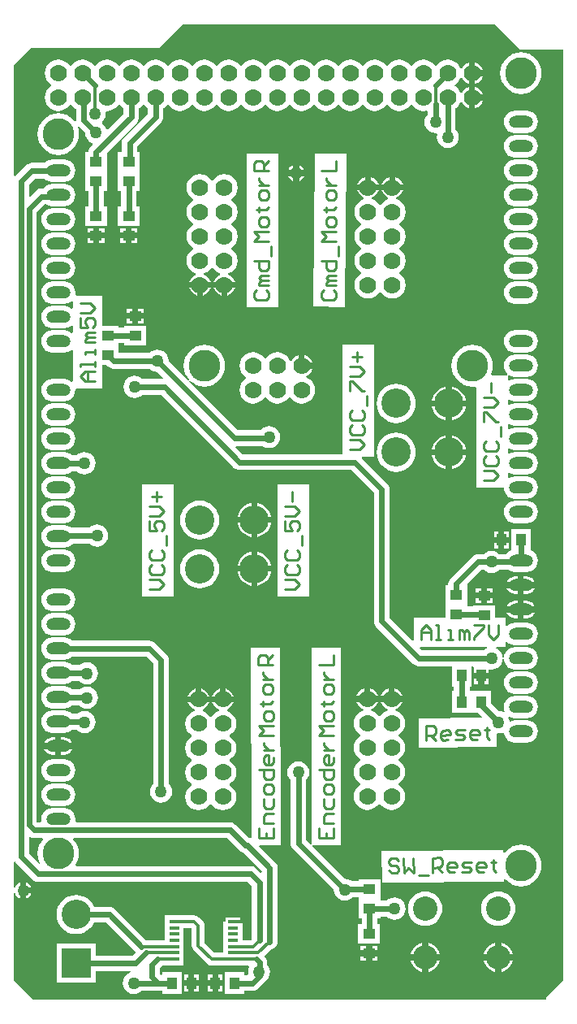
<source format=gtl>
G04 Layer_Physical_Order=1*
G04 Layer_Color=255*
%FSLAX24Y24*%
%MOIN*%
G70*
G01*
G75*
%ADD10R,0.0500X0.0400*%
%ADD11R,0.0400X0.0500*%
%ADD12R,0.0394X0.0118*%
%ADD13C,0.0118*%
%ADD14C,0.0236*%
%ADD15C,0.0100*%
%ADD16C,0.1200*%
%ADD17C,0.1000*%
%ADD18C,0.0700*%
%ADD19O,0.1000X0.0500*%
%ADD20C,0.1300*%
%ADD21R,0.1200X0.1200*%
%ADD22C,0.0500*%
G36*
X13651Y40848D02*
X15451D01*
Y2668D01*
X14741Y1958D01*
Y1878D01*
X-6319Y1868D01*
X-7119Y2668D01*
X-7109Y2678D01*
Y6220D01*
X-7059Y6230D01*
X-7036Y6173D01*
X-6980Y6100D01*
X-6907Y6044D01*
X-6850Y6021D01*
Y6350D01*
Y6679D01*
X-6907Y6656D01*
X-6980Y6600D01*
X-7036Y6527D01*
X-7059Y6470D01*
X-7109Y6480D01*
Y7503D01*
X-7059Y7520D01*
X-7043Y7499D01*
X-6339Y6795D01*
X-6272Y6744D01*
X-6195Y6712D01*
X-6112Y6701D01*
X2487D01*
X2649Y6539D01*
Y4349D01*
X2604Y4303D01*
X2267D01*
Y4550D01*
Y5069D01*
X2167D01*
Y5224D01*
X1573D01*
Y5069D01*
X1473D01*
Y4550D01*
Y4295D01*
Y4039D01*
Y3791D01*
X1108D01*
X721Y4178D01*
Y4900D01*
X712Y4968D01*
X686Y5031D01*
X645Y5085D01*
X479Y5250D01*
X425Y5292D01*
X362Y5318D01*
X295Y5327D01*
X-532D01*
X-549Y5324D01*
X-928D01*
Y4806D01*
Y4550D01*
Y4303D01*
X-1689D01*
X-2973Y5587D01*
X-3040Y5638D01*
X-3117Y5670D01*
X-3200Y5681D01*
X-3824D01*
X-3892Y5807D01*
X-3992Y5928D01*
X-4113Y6028D01*
X-4252Y6103D01*
X-4403Y6148D01*
X-4560Y6164D01*
X-4717Y6148D01*
X-4868Y6103D01*
X-5007Y6028D01*
X-5128Y5928D01*
X-5228Y5807D01*
X-5303Y5668D01*
X-5348Y5517D01*
X-5364Y5360D01*
X-5348Y5203D01*
X-5303Y5052D01*
X-5228Y4913D01*
X-5128Y4792D01*
X-5007Y4692D01*
X-4868Y4617D01*
X-4717Y4572D01*
X-4560Y4556D01*
X-4403Y4572D01*
X-4252Y4617D01*
X-4113Y4692D01*
X-3992Y4792D01*
X-3892Y4913D01*
X-3824Y5039D01*
X-3333D01*
X-2112Y3818D01*
X-2249Y3681D01*
X-3760D01*
Y4160D01*
X-5360D01*
Y2560D01*
X-3760D01*
Y3039D01*
X-2305D01*
X-2302Y2989D01*
X-2307Y2988D01*
X-2417Y2943D01*
X-2511Y2871D01*
X-2583Y2777D01*
X-2628Y2667D01*
X-2644Y2550D01*
X-2628Y2433D01*
X-2583Y2323D01*
X-2511Y2229D01*
X-2417Y2157D01*
X-2307Y2112D01*
X-2190Y2096D01*
X-2073Y2112D01*
X-1963Y2157D01*
X-1869Y2229D01*
X-1869Y2229D01*
X-1030D01*
Y2100D01*
X-230D01*
Y3000D01*
X-1030D01*
Y2902D01*
X-1080Y2884D01*
X-1119Y2923D01*
Y3157D01*
X-1009Y3267D01*
X-532D01*
X-505Y3271D01*
X-135D01*
Y3527D01*
Y4045D01*
Y4295D01*
Y4550D01*
Y4804D01*
X186D01*
X199Y4792D01*
Y4070D01*
X208Y4002D01*
X234Y3939D01*
X275Y3885D01*
X815Y3345D01*
X869Y3304D01*
X932Y3278D01*
X1000Y3269D01*
X1860D01*
X1870Y3267D01*
X2532D01*
X2559Y3217D01*
X2522Y3127D01*
X2506Y3010D01*
X2518Y2921D01*
X2481Y2871D01*
X2360D01*
Y3000D01*
X1560D01*
Y2100D01*
X2360D01*
Y2229D01*
X2690D01*
X2773Y2240D01*
X2850Y2272D01*
X2917Y2323D01*
X3197Y2603D01*
X3237Y2655D01*
X3281Y2689D01*
X3353Y2783D01*
X3398Y2893D01*
X3414Y3010D01*
X3398Y3127D01*
X3353Y3237D01*
X3291Y3318D01*
Y3400D01*
X3280Y3483D01*
X3248Y3560D01*
X3197Y3627D01*
X3192Y3632D01*
Y3682D01*
X3446Y3937D01*
X3473Y3940D01*
X3550Y3972D01*
X3617Y4023D01*
X3668Y4090D01*
X3700Y4167D01*
X3711Y4250D01*
Y7280D01*
X3700Y7363D01*
X3668Y7440D01*
X3617Y7507D01*
X2963Y8160D01*
X2982Y8207D01*
X3862Y8211D01*
X3821Y16309D01*
X2621Y16303D01*
X2660Y8513D01*
X2610Y8486D01*
X2553Y8510D01*
X2534Y8513D01*
X1998Y9049D01*
X1931Y9100D01*
X1854Y9132D01*
X1771Y9143D01*
X-4554D01*
X-4596Y9193D01*
X-4586Y9270D01*
X-4602Y9387D01*
X-4647Y9497D01*
X-4719Y9591D01*
X-4813Y9663D01*
X-4923Y9708D01*
X-5040Y9724D01*
X-5540D01*
X-5657Y9708D01*
X-5767Y9663D01*
X-5861Y9591D01*
X-5933Y9497D01*
X-5978Y9387D01*
X-5994Y9270D01*
X-5984Y9193D01*
X-6026Y9143D01*
X-6149D01*
X-6179Y9173D01*
Y34165D01*
X-5855Y34489D01*
X-5783D01*
X-5767Y34477D01*
X-5657Y34432D01*
X-5540Y34416D01*
X-5040D01*
X-4923Y34432D01*
X-4813Y34477D01*
X-4719Y34549D01*
X-4647Y34643D01*
X-4602Y34753D01*
X-4586Y34870D01*
X-4602Y34987D01*
X-4647Y35097D01*
X-4719Y35191D01*
X-4813Y35263D01*
X-4923Y35308D01*
X-5040Y35324D01*
X-5540D01*
X-5657Y35308D01*
X-5767Y35263D01*
X-5861Y35191D01*
X-5907Y35131D01*
X-5988D01*
X-5988Y35131D01*
X-6071Y35120D01*
X-6149Y35088D01*
X-6215Y35037D01*
X-6449Y34803D01*
X-6495Y34822D01*
Y35301D01*
X-6247Y35549D01*
X-5861D01*
X-5861Y35549D01*
X-5767Y35477D01*
X-5657Y35432D01*
X-5540Y35416D01*
X-5040D01*
X-4923Y35432D01*
X-4813Y35477D01*
X-4719Y35549D01*
X-4647Y35643D01*
X-4602Y35753D01*
X-4586Y35870D01*
X-4602Y35987D01*
X-4647Y36097D01*
X-4719Y36191D01*
X-4813Y36263D01*
X-4923Y36308D01*
X-5040Y36324D01*
X-5540D01*
X-5657Y36308D01*
X-5767Y36263D01*
X-5861Y36191D01*
X-5861Y36191D01*
X-6380D01*
X-6463Y36180D01*
X-6540Y36148D01*
X-6607Y36097D01*
X-7043Y35661D01*
X-7059Y35640D01*
X-7109Y35657D01*
Y40198D01*
X-6409Y40898D01*
X-1129D01*
Y40908D01*
X-179Y41858D01*
X12641D01*
X13651Y40848D01*
D02*
G37*
G36*
X2166Y7973D02*
X2232Y7923D01*
X2309Y7890D01*
X2328Y7888D01*
X3069Y7147D01*
Y7092D01*
X3023Y7073D01*
X2847Y7249D01*
X2780Y7300D01*
X2703Y7332D01*
X2620Y7343D01*
X-4565D01*
X-4586Y7388D01*
X-4580Y7395D01*
X-4501Y7543D01*
X-4452Y7703D01*
X-4436Y7870D01*
X-4452Y8037D01*
X-4501Y8197D01*
X-4580Y8345D01*
X-4667Y8451D01*
X-4644Y8501D01*
X1638D01*
X2166Y7973D01*
D02*
G37*
G36*
X-6442Y8544D02*
X-6365Y8512D01*
X-6282Y8501D01*
X-5936D01*
X-5913Y8451D01*
X-6000Y8345D01*
X-6079Y8197D01*
X-6128Y8037D01*
X-6144Y7870D01*
X-6128Y7703D01*
X-6079Y7543D01*
X-6045Y7480D01*
X-6086Y7449D01*
X-6495Y7859D01*
Y8528D01*
X-6451Y8550D01*
X-6442Y8544D01*
D02*
G37*
%LPC*%
G36*
X13590Y18223D02*
X13460D01*
X13369Y18211D01*
X13283Y18176D01*
X13210Y18120D01*
X13154Y18047D01*
X13131Y17990D01*
X13590D01*
Y18223D01*
D02*
G37*
G36*
X12380Y15040D02*
X12200D01*
Y14810D01*
X12380D01*
Y15040D01*
D02*
G37*
G36*
X11960D02*
X11780D01*
Y14810D01*
X11960D01*
Y15040D01*
D02*
G37*
G36*
X-5040Y18724D02*
X-5540D01*
X-5657Y18708D01*
X-5767Y18663D01*
X-5861Y18591D01*
X-5933Y18497D01*
X-5978Y18387D01*
X-5994Y18270D01*
X-5978Y18153D01*
X-5933Y18043D01*
X-5861Y17949D01*
X-5767Y17877D01*
X-5657Y17832D01*
X-5540Y17816D01*
X-5040D01*
X-4923Y17832D01*
X-4813Y17877D01*
X-4719Y17949D01*
X-4647Y18043D01*
X-4602Y18153D01*
X-4586Y18270D01*
X-4602Y18387D01*
X-4647Y18497D01*
X-4719Y18591D01*
X-4813Y18663D01*
X-4923Y18708D01*
X-5040Y18724D01*
D02*
G37*
G36*
X13590Y17750D02*
X13131D01*
X13154Y17693D01*
X13210Y17620D01*
X13283Y17564D01*
X13369Y17529D01*
X13460Y17517D01*
X13590D01*
Y17750D01*
D02*
G37*
G36*
X14289D02*
X13830D01*
Y17517D01*
X13960D01*
X14051Y17529D01*
X14137Y17564D01*
X14210Y17620D01*
X14266Y17693D01*
X14289Y17750D01*
D02*
G37*
G36*
X-5040Y17724D02*
X-5540D01*
X-5657Y17708D01*
X-5767Y17663D01*
X-5861Y17591D01*
X-5933Y17497D01*
X-5978Y17387D01*
X-5994Y17270D01*
X-5978Y17153D01*
X-5933Y17043D01*
X-5861Y16949D01*
X-5767Y16877D01*
X-5657Y16832D01*
X-5540Y16816D01*
X-5040D01*
X-4923Y16832D01*
X-4813Y16877D01*
X-4719Y16949D01*
X-4647Y17043D01*
X-4602Y17153D01*
X-4586Y17270D01*
X-4602Y17387D01*
X-4647Y17497D01*
X-4719Y17591D01*
X-4813Y17663D01*
X-4923Y17708D01*
X-5040Y17724D01*
D02*
G37*
G36*
X1590Y14627D02*
Y14310D01*
X1907D01*
X1863Y14417D01*
X1791Y14511D01*
X1697Y14583D01*
X1590Y14627D01*
D02*
G37*
G36*
X7280Y14637D02*
X7173Y14593D01*
X7079Y14521D01*
X7007Y14427D01*
X6963Y14320D01*
X7280D01*
Y14637D01*
D02*
G37*
G36*
X1350Y14627D02*
X1243Y14583D01*
X1149Y14511D01*
X1077Y14417D01*
X1033Y14310D01*
X1350D01*
Y14627D01*
D02*
G37*
G36*
X350D02*
X243Y14583D01*
X149Y14511D01*
X77Y14417D01*
X33Y14310D01*
X350D01*
Y14627D01*
D02*
G37*
G36*
X590D02*
Y14310D01*
X907D01*
X863Y14417D01*
X791Y14511D01*
X697Y14583D01*
X590Y14627D01*
D02*
G37*
G36*
X13960Y15324D02*
X13460D01*
X13343Y15308D01*
X13233Y15263D01*
X13139Y15191D01*
X13067Y15097D01*
X13022Y14987D01*
X13006Y14870D01*
X13022Y14753D01*
X13067Y14643D01*
X13139Y14549D01*
X13233Y14477D01*
X13343Y14432D01*
X13460Y14416D01*
X13960D01*
X14077Y14432D01*
X14187Y14477D01*
X14281Y14549D01*
X14353Y14643D01*
X14398Y14753D01*
X14414Y14870D01*
X14398Y14987D01*
X14353Y15097D01*
X14281Y15191D01*
X14187Y15263D01*
X14077Y15308D01*
X13960Y15324D01*
D02*
G37*
G36*
X-5040Y15724D02*
X-5540D01*
X-5657Y15708D01*
X-5767Y15663D01*
X-5861Y15591D01*
X-5933Y15497D01*
X-5978Y15387D01*
X-5994Y15270D01*
X-5978Y15153D01*
X-5933Y15043D01*
X-5861Y14949D01*
X-5767Y14877D01*
X-5657Y14832D01*
X-5540Y14816D01*
X-5040D01*
X-4923Y14832D01*
X-4813Y14877D01*
X-4719Y14949D01*
X-4719Y14949D01*
X-4446D01*
X-4431Y14929D01*
X-4337Y14857D01*
X-4227Y14812D01*
X-4110Y14796D01*
X-3993Y14812D01*
X-3883Y14857D01*
X-3789Y14929D01*
X-3717Y15023D01*
X-3672Y15133D01*
X-3656Y15250D01*
X-3672Y15367D01*
X-3717Y15477D01*
X-3789Y15571D01*
X-3883Y15643D01*
X-3993Y15688D01*
X-4110Y15704D01*
X-4227Y15688D01*
X-4337Y15643D01*
X-4405Y15591D01*
X-4719D01*
X-4719Y15591D01*
X-4813Y15663D01*
X-4923Y15708D01*
X-5040Y15724D01*
D02*
G37*
G36*
X8520Y14637D02*
Y14320D01*
X8837D01*
X8793Y14427D01*
X8721Y14521D01*
X8627Y14593D01*
X8520Y14637D01*
D02*
G37*
G36*
X7520D02*
Y14320D01*
X7837D01*
X7793Y14427D01*
X7721Y14521D01*
X7627Y14593D01*
X7520Y14637D01*
D02*
G37*
G36*
X8280D02*
X8173Y14593D01*
X8079Y14521D01*
X8007Y14427D01*
X7963Y14320D01*
X8280D01*
Y14637D01*
D02*
G37*
G36*
X13590Y19223D02*
X13460D01*
X13369Y19211D01*
X13283Y19176D01*
X13210Y19120D01*
X13154Y19047D01*
X13131Y18990D01*
X13590D01*
Y19223D01*
D02*
G37*
G36*
X13960D02*
X13830D01*
Y18990D01*
X14289D01*
X14266Y19047D01*
X14210Y19120D01*
X14137Y19176D01*
X14051Y19211D01*
X13960Y19223D01*
D02*
G37*
G36*
X2640Y19420D02*
X2068D01*
X2070Y19403D01*
X2110Y19271D01*
X2175Y19149D01*
X2263Y19043D01*
X2369Y18955D01*
X2491Y18890D01*
X2623Y18850D01*
X2640Y18848D01*
Y19420D01*
D02*
G37*
G36*
X3452D02*
X2880D01*
Y18848D01*
X2897Y18850D01*
X3029Y18890D01*
X3151Y18955D01*
X3257Y19043D01*
X3345Y19149D01*
X3410Y19271D01*
X3450Y19403D01*
X3452Y19420D01*
D02*
G37*
G36*
X-5040Y20324D02*
X-5540D01*
X-5657Y20308D01*
X-5767Y20263D01*
X-5861Y20191D01*
X-5933Y20097D01*
X-5978Y19987D01*
X-5994Y19870D01*
X-5978Y19753D01*
X-5933Y19643D01*
X-5861Y19549D01*
X-5767Y19477D01*
X-5657Y19432D01*
X-5540Y19416D01*
X-5040D01*
X-4923Y19432D01*
X-4813Y19477D01*
X-4719Y19549D01*
X-4647Y19643D01*
X-4602Y19753D01*
X-4586Y19870D01*
X-4602Y19987D01*
X-4647Y20097D01*
X-4719Y20191D01*
X-4813Y20263D01*
X-4923Y20308D01*
X-5040Y20324D01*
D02*
G37*
G36*
X12780Y20600D02*
X12600D01*
Y20370D01*
X12780D01*
Y20600D01*
D02*
G37*
G36*
X13200D02*
X13020D01*
Y20370D01*
X13200D01*
Y20600D01*
D02*
G37*
G36*
X2640Y20232D02*
X2623Y20230D01*
X2491Y20190D01*
X2369Y20125D01*
X2263Y20037D01*
X2175Y19931D01*
X2110Y19809D01*
X2070Y19677D01*
X2068Y19660D01*
X2640D01*
Y20232D01*
D02*
G37*
G36*
X2880D02*
Y19660D01*
X3452D01*
X3450Y19677D01*
X3410Y19809D01*
X3345Y19931D01*
X3257Y20037D01*
X3151Y20125D01*
X3029Y20190D01*
X2897Y20230D01*
X2880Y20232D01*
D02*
G37*
G36*
X520Y20344D02*
X363Y20328D01*
X212Y20283D01*
X73Y20208D01*
X-48Y20108D01*
X-148Y19987D01*
X-223Y19848D01*
X-268Y19697D01*
X-284Y19540D01*
X-268Y19383D01*
X-223Y19232D01*
X-148Y19093D01*
X-48Y18972D01*
X73Y18872D01*
X212Y18797D01*
X363Y18752D01*
X520Y18736D01*
X677Y18752D01*
X828Y18797D01*
X967Y18872D01*
X1088Y18972D01*
X1188Y19093D01*
X1263Y19232D01*
X1308Y19383D01*
X1324Y19540D01*
X1308Y19697D01*
X1263Y19848D01*
X1188Y19987D01*
X1088Y20108D01*
X967Y20208D01*
X828Y20283D01*
X677Y20328D01*
X520Y20344D01*
D02*
G37*
G36*
X12560Y18330D02*
X12330D01*
Y18150D01*
X12560D01*
Y18330D01*
D02*
G37*
G36*
X-550Y23009D02*
X-1850D01*
Y18410D01*
X-550D01*
Y23009D01*
D02*
G37*
G36*
X13960Y18223D02*
X13830D01*
Y17990D01*
X14289D01*
X14266Y18047D01*
X14210Y18120D01*
X14137Y18176D01*
X14051Y18211D01*
X13960Y18223D01*
D02*
G37*
G36*
X12090Y18330D02*
X11860D01*
Y18150D01*
X12090D01*
Y18330D01*
D02*
G37*
G36*
X5000Y23009D02*
X3700D01*
Y18410D01*
X5000D01*
Y23009D01*
D02*
G37*
G36*
X12090Y18750D02*
X11860D01*
Y18570D01*
X12090D01*
Y18750D01*
D02*
G37*
G36*
X12560D02*
X12330D01*
Y18570D01*
X12560D01*
Y18750D01*
D02*
G37*
G36*
X13590D02*
X13131D01*
X13154Y18693D01*
X13210Y18620D01*
X13283Y18564D01*
X13369Y18529D01*
X13460Y18517D01*
X13590D01*
Y18750D01*
D02*
G37*
G36*
X14289D02*
X13830D01*
Y18517D01*
X13960D01*
X14051Y18529D01*
X14137Y18564D01*
X14210Y18620D01*
X14266Y18693D01*
X14289Y18750D01*
D02*
G37*
G36*
X-5040Y14724D02*
X-5540D01*
X-5657Y14708D01*
X-5767Y14663D01*
X-5861Y14591D01*
X-5933Y14497D01*
X-5978Y14387D01*
X-5994Y14270D01*
X-5978Y14153D01*
X-5933Y14043D01*
X-5861Y13949D01*
X-5767Y13877D01*
X-5657Y13832D01*
X-5540Y13816D01*
X-5040D01*
X-4923Y13832D01*
X-4813Y13877D01*
X-4719Y13949D01*
X-4719Y13949D01*
X-4446D01*
X-4431Y13929D01*
X-4337Y13857D01*
X-4227Y13812D01*
X-4110Y13796D01*
X-3993Y13812D01*
X-3883Y13857D01*
X-3789Y13929D01*
X-3717Y14023D01*
X-3672Y14133D01*
X-3656Y14250D01*
X-3672Y14367D01*
X-3717Y14477D01*
X-3789Y14571D01*
X-3883Y14643D01*
X-3993Y14688D01*
X-4110Y14704D01*
X-4227Y14688D01*
X-4337Y14643D01*
X-4405Y14591D01*
X-4719D01*
X-4719Y14591D01*
X-4813Y14663D01*
X-4923Y14708D01*
X-5040Y14724D01*
D02*
G37*
G36*
X13371Y3480D02*
X12900D01*
Y3009D01*
X13011Y3043D01*
X13115Y3099D01*
X13206Y3174D01*
X13281Y3265D01*
X13337Y3369D01*
X13371Y3480D01*
D02*
G37*
G36*
X7360Y3650D02*
X7130D01*
Y3470D01*
X7360D01*
Y3650D01*
D02*
G37*
G36*
X10371Y3480D02*
X9900D01*
Y3009D01*
X10011Y3043D01*
X10115Y3099D01*
X10206Y3174D01*
X10281Y3265D01*
X10337Y3369D01*
X10371Y3480D01*
D02*
G37*
G36*
X12660D02*
X12189D01*
X12223Y3369D01*
X12279Y3265D01*
X12354Y3174D01*
X12445Y3099D01*
X12549Y3043D01*
X12660Y3009D01*
Y3480D01*
D02*
G37*
G36*
X7830Y3650D02*
X7600D01*
Y3470D01*
X7830D01*
Y3650D01*
D02*
G37*
G36*
X12660Y4191D02*
X12549Y4157D01*
X12445Y4101D01*
X12354Y4026D01*
X12279Y3935D01*
X12223Y3831D01*
X12189Y3720D01*
X12660D01*
Y4191D01*
D02*
G37*
G36*
X12900D02*
Y3720D01*
X13371D01*
X13337Y3831D01*
X13281Y3935D01*
X13206Y4026D01*
X13115Y4101D01*
X13011Y4157D01*
X12900Y4191D01*
D02*
G37*
G36*
X9660D02*
X9549Y4157D01*
X9445Y4101D01*
X9354Y4026D01*
X9279Y3935D01*
X9223Y3831D01*
X9189Y3720D01*
X9660D01*
Y4191D01*
D02*
G37*
G36*
X9900D02*
Y3720D01*
X10371D01*
X10337Y3831D01*
X10281Y3935D01*
X10206Y4026D01*
X10115Y4101D01*
X10011Y4157D01*
X9900Y4191D01*
D02*
G37*
G36*
X1040Y2430D02*
X860D01*
Y2200D01*
X1040D01*
Y2430D01*
D02*
G37*
G36*
X1460D02*
X1280D01*
Y2200D01*
X1460D01*
Y2430D01*
D02*
G37*
G36*
X50D02*
X-130D01*
Y2200D01*
X50D01*
Y2430D01*
D02*
G37*
G36*
X470D02*
X290D01*
Y2200D01*
X470D01*
Y2430D01*
D02*
G37*
G36*
X50Y2900D02*
X-130D01*
Y2670D01*
X50D01*
Y2900D01*
D02*
G37*
G36*
X1460D02*
X1280D01*
Y2670D01*
X1460D01*
Y2900D01*
D02*
G37*
G36*
X9660Y3480D02*
X9189D01*
X9223Y3369D01*
X9279Y3265D01*
X9354Y3174D01*
X9445Y3099D01*
X9549Y3043D01*
X9660Y3009D01*
Y3480D01*
D02*
G37*
G36*
X470Y2900D02*
X290D01*
Y2670D01*
X470D01*
Y2900D01*
D02*
G37*
G36*
X1040D02*
X860D01*
Y2670D01*
X1040D01*
Y2900D01*
D02*
G37*
G36*
X-5410Y12150D02*
X-5869D01*
X-5846Y12093D01*
X-5790Y12020D01*
X-5717Y11964D01*
X-5631Y11929D01*
X-5540Y11917D01*
X-5410D01*
Y12150D01*
D02*
G37*
G36*
X-4711D02*
X-5170D01*
Y11917D01*
X-5040D01*
X-4949Y11929D01*
X-4863Y11964D01*
X-4790Y12020D01*
X-4734Y12093D01*
X-4711Y12150D01*
D02*
G37*
G36*
X-5040Y16724D02*
X-5540D01*
X-5657Y16708D01*
X-5767Y16663D01*
X-5861Y16591D01*
X-5933Y16497D01*
X-5978Y16387D01*
X-5994Y16270D01*
X-5978Y16153D01*
X-5933Y16043D01*
X-5861Y15949D01*
X-5767Y15877D01*
X-5657Y15832D01*
X-5540Y15816D01*
X-5040D01*
X-4923Y15832D01*
X-4813Y15877D01*
X-4719Y15949D01*
X-4719Y15949D01*
X-1673D01*
X-1391Y15667D01*
Y10721D01*
X-1391Y10721D01*
X-1463Y10627D01*
X-1508Y10517D01*
X-1524Y10400D01*
X-1508Y10283D01*
X-1463Y10173D01*
X-1391Y10079D01*
X-1297Y10007D01*
X-1187Y9962D01*
X-1070Y9946D01*
X-953Y9962D01*
X-843Y10007D01*
X-749Y10079D01*
X-677Y10173D01*
X-632Y10283D01*
X-616Y10400D01*
X-632Y10517D01*
X-677Y10627D01*
X-749Y10721D01*
X-749Y10721D01*
Y15800D01*
X-760Y15883D01*
X-792Y15960D01*
X-843Y16027D01*
X-843Y16027D01*
X-1313Y16497D01*
X-1380Y16548D01*
X-1457Y16580D01*
X-1540Y16591D01*
X-4719D01*
X-4719Y16591D01*
X-4813Y16663D01*
X-4923Y16708D01*
X-5040Y16724D01*
D02*
G37*
G36*
Y11724D02*
X-5540D01*
X-5657Y11708D01*
X-5767Y11663D01*
X-5861Y11591D01*
X-5933Y11497D01*
X-5978Y11387D01*
X-5994Y11270D01*
X-5978Y11153D01*
X-5933Y11043D01*
X-5861Y10949D01*
X-5767Y10877D01*
X-5657Y10832D01*
X-5540Y10816D01*
X-5040D01*
X-4923Y10832D01*
X-4813Y10877D01*
X-4719Y10949D01*
X-4647Y11043D01*
X-4602Y11153D01*
X-4586Y11270D01*
X-4602Y11387D01*
X-4647Y11497D01*
X-4719Y11591D01*
X-4813Y11663D01*
X-4923Y11708D01*
X-5040Y11724D01*
D02*
G37*
G36*
X-5410Y12623D02*
X-5540D01*
X-5631Y12611D01*
X-5717Y12576D01*
X-5790Y12520D01*
X-5846Y12447D01*
X-5869Y12390D01*
X-5410D01*
Y12623D01*
D02*
G37*
G36*
X1907Y14070D02*
X1033D01*
X1077Y13963D01*
X1149Y13869D01*
X1243Y13797D01*
X1305Y13771D01*
Y13717D01*
X1193Y13670D01*
X1078Y13582D01*
X999Y13480D01*
X983Y13476D01*
X957D01*
X941Y13480D01*
X862Y13582D01*
X747Y13670D01*
X635Y13717D01*
Y13771D01*
X697Y13797D01*
X791Y13869D01*
X863Y13963D01*
X907Y14070D01*
X33D01*
X77Y13963D01*
X149Y13869D01*
X243Y13797D01*
X305Y13771D01*
Y13717D01*
X193Y13670D01*
X78Y13582D01*
X-10Y13467D01*
X-66Y13334D01*
X-85Y13190D01*
X-66Y13046D01*
X-10Y12913D01*
X78Y12798D01*
X180Y12719D01*
X184Y12703D01*
Y12677D01*
X180Y12661D01*
X78Y12582D01*
X-10Y12467D01*
X-66Y12334D01*
X-85Y12190D01*
X-66Y12046D01*
X-10Y11913D01*
X78Y11798D01*
X180Y11719D01*
X184Y11703D01*
Y11677D01*
X180Y11661D01*
X78Y11582D01*
X-10Y11467D01*
X-66Y11334D01*
X-85Y11190D01*
X-66Y11046D01*
X-10Y10913D01*
X78Y10798D01*
X180Y10719D01*
X184Y10703D01*
Y10677D01*
X180Y10661D01*
X78Y10582D01*
X-10Y10467D01*
X-66Y10334D01*
X-85Y10190D01*
X-66Y10046D01*
X-10Y9913D01*
X78Y9798D01*
X193Y9710D01*
X326Y9654D01*
X470Y9635D01*
X614Y9654D01*
X747Y9710D01*
X862Y9798D01*
X941Y9900D01*
X957Y9904D01*
X983D01*
X999Y9900D01*
X1078Y9798D01*
X1193Y9710D01*
X1326Y9654D01*
X1470Y9635D01*
X1614Y9654D01*
X1747Y9710D01*
X1862Y9798D01*
X1950Y9913D01*
X2006Y10046D01*
X2025Y10190D01*
X2006Y10334D01*
X1950Y10467D01*
X1862Y10582D01*
X1760Y10661D01*
X1756Y10677D01*
Y10703D01*
X1760Y10719D01*
X1862Y10798D01*
X1950Y10913D01*
X2006Y11046D01*
X2025Y11190D01*
X2006Y11334D01*
X1950Y11467D01*
X1862Y11582D01*
X1760Y11661D01*
X1756Y11677D01*
Y11703D01*
X1760Y11719D01*
X1862Y11798D01*
X1950Y11913D01*
X2006Y12046D01*
X2025Y12190D01*
X2006Y12334D01*
X1950Y12467D01*
X1862Y12582D01*
X1760Y12661D01*
X1756Y12677D01*
Y12703D01*
X1760Y12719D01*
X1862Y12798D01*
X1950Y12913D01*
X2006Y13046D01*
X2025Y13190D01*
X2006Y13334D01*
X1950Y13467D01*
X1862Y13582D01*
X1747Y13670D01*
X1635Y13717D01*
Y13771D01*
X1697Y13797D01*
X1791Y13869D01*
X1863Y13963D01*
X1907Y14070D01*
D02*
G37*
G36*
X8837Y14080D02*
X7963D01*
X8007Y13973D01*
X8079Y13879D01*
X8173Y13807D01*
X8235Y13781D01*
Y13727D01*
X8123Y13680D01*
X8008Y13592D01*
X7929Y13490D01*
X7913Y13486D01*
X7887D01*
X7871Y13490D01*
X7792Y13592D01*
X7677Y13680D01*
X7565Y13727D01*
Y13781D01*
X7627Y13807D01*
X7721Y13879D01*
X7793Y13973D01*
X7837Y14080D01*
X6963D01*
X7007Y13973D01*
X7079Y13879D01*
X7173Y13807D01*
X7235Y13781D01*
Y13727D01*
X7123Y13680D01*
X7008Y13592D01*
X6920Y13477D01*
X6864Y13344D01*
X6845Y13200D01*
X6864Y13056D01*
X6920Y12923D01*
X7008Y12808D01*
X7110Y12729D01*
X7114Y12713D01*
Y12687D01*
X7110Y12671D01*
X7008Y12592D01*
X6920Y12477D01*
X6864Y12344D01*
X6845Y12200D01*
X6864Y12056D01*
X6920Y11923D01*
X7008Y11808D01*
X7110Y11729D01*
X7114Y11713D01*
Y11687D01*
X7110Y11671D01*
X7008Y11592D01*
X6920Y11477D01*
X6864Y11344D01*
X6845Y11200D01*
X6864Y11056D01*
X6920Y10923D01*
X7008Y10808D01*
X7110Y10729D01*
X7114Y10713D01*
Y10687D01*
X7110Y10671D01*
X7008Y10592D01*
X6920Y10477D01*
X6864Y10344D01*
X6845Y10200D01*
X6864Y10056D01*
X6920Y9923D01*
X7008Y9808D01*
X7123Y9720D01*
X7256Y9664D01*
X7400Y9645D01*
X7544Y9664D01*
X7677Y9720D01*
X7792Y9808D01*
X7871Y9910D01*
X7887Y9914D01*
X7913D01*
X7929Y9910D01*
X8008Y9808D01*
X8123Y9720D01*
X8256Y9664D01*
X8400Y9645D01*
X8544Y9664D01*
X8677Y9720D01*
X8792Y9808D01*
X8880Y9923D01*
X8936Y10056D01*
X8955Y10200D01*
X8936Y10344D01*
X8880Y10477D01*
X8792Y10592D01*
X8690Y10671D01*
X8686Y10687D01*
Y10713D01*
X8690Y10729D01*
X8792Y10808D01*
X8880Y10923D01*
X8936Y11056D01*
X8955Y11200D01*
X8936Y11344D01*
X8880Y11477D01*
X8792Y11592D01*
X8690Y11671D01*
X8686Y11687D01*
Y11713D01*
X8690Y11729D01*
X8792Y11808D01*
X8880Y11923D01*
X8936Y12056D01*
X8955Y12200D01*
X8936Y12344D01*
X8880Y12477D01*
X8792Y12592D01*
X8690Y12671D01*
X8686Y12687D01*
Y12713D01*
X8690Y12729D01*
X8792Y12808D01*
X8880Y12923D01*
X8936Y13056D01*
X8955Y13200D01*
X8936Y13344D01*
X8880Y13477D01*
X8792Y13592D01*
X8677Y13680D01*
X8565Y13727D01*
Y13781D01*
X8627Y13807D01*
X8721Y13879D01*
X8793Y13973D01*
X8837Y14080D01*
D02*
G37*
G36*
X-5040Y12623D02*
X-5170D01*
Y12390D01*
X-4711D01*
X-4734Y12447D01*
X-4790Y12520D01*
X-4863Y12576D01*
X-4949Y12611D01*
X-5040Y12623D01*
D02*
G37*
G36*
Y13724D02*
X-5540D01*
X-5657Y13708D01*
X-5767Y13663D01*
X-5861Y13591D01*
X-5933Y13497D01*
X-5978Y13387D01*
X-5994Y13270D01*
X-5978Y13153D01*
X-5933Y13043D01*
X-5861Y12949D01*
X-5767Y12877D01*
X-5657Y12832D01*
X-5540Y12816D01*
X-5040D01*
X-4923Y12832D01*
X-4813Y12877D01*
X-4719Y12949D01*
X-4719Y12949D01*
X-4546D01*
X-4531Y12929D01*
X-4437Y12857D01*
X-4327Y12812D01*
X-4210Y12796D01*
X-4093Y12812D01*
X-3983Y12857D01*
X-3889Y12929D01*
X-3817Y13023D01*
X-3772Y13133D01*
X-3756Y13250D01*
X-3772Y13367D01*
X-3817Y13477D01*
X-3889Y13571D01*
X-3983Y13643D01*
X-4093Y13688D01*
X-4210Y13704D01*
X-4327Y13688D01*
X-4437Y13643D01*
X-4505Y13591D01*
X-4719D01*
X-4719Y13591D01*
X-4813Y13663D01*
X-4923Y13708D01*
X-5040Y13724D01*
D02*
G37*
G36*
X9780Y6303D02*
X9643Y6290D01*
X9511Y6250D01*
X9389Y6185D01*
X9283Y6097D01*
X9195Y5991D01*
X9130Y5869D01*
X9090Y5737D01*
X9077Y5600D01*
X9090Y5463D01*
X9130Y5331D01*
X9195Y5209D01*
X9283Y5103D01*
X9389Y5015D01*
X9511Y4950D01*
X9643Y4910D01*
X9780Y4897D01*
X9917Y4910D01*
X10049Y4950D01*
X10171Y5015D01*
X10277Y5103D01*
X10365Y5209D01*
X10430Y5331D01*
X10470Y5463D01*
X10483Y5600D01*
X10470Y5737D01*
X10430Y5869D01*
X10365Y5991D01*
X10277Y6097D01*
X10171Y6185D01*
X10049Y6250D01*
X9917Y6290D01*
X9780Y6303D01*
D02*
G37*
G36*
X12780D02*
X12643Y6290D01*
X12511Y6250D01*
X12389Y6185D01*
X12283Y6097D01*
X12195Y5991D01*
X12130Y5869D01*
X12090Y5737D01*
X12077Y5600D01*
X12090Y5463D01*
X12130Y5331D01*
X12195Y5209D01*
X12283Y5103D01*
X12389Y5015D01*
X12511Y4950D01*
X12643Y4910D01*
X12780Y4897D01*
X12917Y4910D01*
X13049Y4950D01*
X13171Y5015D01*
X13277Y5103D01*
X13365Y5209D01*
X13430Y5331D01*
X13470Y5463D01*
X13483Y5600D01*
X13470Y5737D01*
X13430Y5869D01*
X13365Y5991D01*
X13277Y6097D01*
X13171Y6185D01*
X13049Y6250D01*
X12917Y6290D01*
X12780Y6303D01*
D02*
G37*
G36*
X7360Y4070D02*
X7130D01*
Y3890D01*
X7360D01*
Y4070D01*
D02*
G37*
G36*
X7830D02*
X7600D01*
Y3890D01*
X7830D01*
Y4070D01*
D02*
G37*
G36*
X-6401Y6230D02*
X-6610D01*
Y6021D01*
X-6553Y6044D01*
X-6480Y6100D01*
X-6424Y6173D01*
X-6401Y6230D01*
D02*
G37*
G36*
X6330Y16308D02*
X5130D01*
Y8244D01*
X5080Y8224D01*
X4891Y8413D01*
Y10869D01*
X4891Y10869D01*
X4963Y10963D01*
X5008Y11073D01*
X5024Y11190D01*
X5008Y11307D01*
X4963Y11417D01*
X4891Y11511D01*
X4797Y11583D01*
X4687Y11628D01*
X4570Y11644D01*
X4453Y11628D01*
X4343Y11583D01*
X4249Y11511D01*
X4177Y11417D01*
X4132Y11307D01*
X4116Y11190D01*
X4132Y11073D01*
X4177Y10963D01*
X4249Y10869D01*
X4249Y10869D01*
Y8280D01*
X4260Y8197D01*
X4292Y8120D01*
X4343Y8053D01*
X6028Y6369D01*
X6042Y6263D01*
X6087Y6153D01*
X6159Y6059D01*
X6253Y5987D01*
X6363Y5942D01*
X6480Y5926D01*
X6597Y5942D01*
X6707Y5987D01*
X6801Y6059D01*
X6816Y6079D01*
X7040D01*
Y6000D01*
Y5200D01*
X7169D01*
Y4970D01*
X7030D01*
Y4170D01*
X7930D01*
Y4970D01*
X7811D01*
Y5200D01*
X7940D01*
Y5279D01*
X8199D01*
X8199Y5279D01*
X8293Y5207D01*
X8403Y5162D01*
X8520Y5146D01*
X8637Y5162D01*
X8747Y5207D01*
X8841Y5279D01*
X8913Y5373D01*
X8958Y5483D01*
X8974Y5600D01*
X8958Y5717D01*
X8913Y5827D01*
X8841Y5921D01*
X8747Y5993D01*
X8637Y6038D01*
X8520Y6054D01*
X8403Y6038D01*
X8293Y5993D01*
X8199Y5921D01*
X8199Y5921D01*
X7940D01*
Y6000D01*
Y6800D01*
X7040D01*
Y6721D01*
X6775D01*
X6707Y6773D01*
X6597Y6818D01*
X6480Y6834D01*
X6471Y6833D01*
X5144Y8160D01*
X5164Y8210D01*
X6330D01*
Y16308D01*
D02*
G37*
G36*
X-5040Y10724D02*
X-5540D01*
X-5657Y10708D01*
X-5767Y10663D01*
X-5861Y10591D01*
X-5933Y10497D01*
X-5978Y10387D01*
X-5994Y10270D01*
X-5978Y10153D01*
X-5933Y10043D01*
X-5861Y9949D01*
X-5767Y9877D01*
X-5657Y9832D01*
X-5540Y9816D01*
X-5040D01*
X-4923Y9832D01*
X-4813Y9877D01*
X-4719Y9949D01*
X-4647Y10043D01*
X-4602Y10153D01*
X-4586Y10270D01*
X-4602Y10387D01*
X-4647Y10497D01*
X-4719Y10591D01*
X-4813Y10663D01*
X-4923Y10708D01*
X-5040Y10724D01*
D02*
G37*
G36*
X-6610Y6679D02*
Y6470D01*
X-6401D01*
X-6424Y6527D01*
X-6480Y6600D01*
X-6553Y6656D01*
X-6610Y6679D01*
D02*
G37*
G36*
X13710Y8224D02*
X13543Y8208D01*
X13383Y8159D01*
X13235Y8080D01*
X13106Y7974D01*
X13039Y7892D01*
X12989Y7910D01*
X12987Y8016D01*
X7989Y7956D01*
X8005Y6656D01*
X13003Y6717D01*
X13002Y6819D01*
X13049Y6836D01*
X13106Y6766D01*
X13235Y6660D01*
X13383Y6581D01*
X13543Y6532D01*
X13710Y6516D01*
X13877Y6532D01*
X14037Y6581D01*
X14185Y6660D01*
X14314Y6766D01*
X14420Y6895D01*
X14499Y7043D01*
X14548Y7203D01*
X14564Y7370D01*
X14548Y7537D01*
X14499Y7697D01*
X14420Y7845D01*
X14314Y7974D01*
X14185Y8080D01*
X14037Y8159D01*
X13877Y8208D01*
X13710Y8224D01*
D02*
G37*
G36*
X-3860Y33510D02*
X-4090D01*
Y33330D01*
X-3860D01*
Y33510D01*
D02*
G37*
G36*
X-3390D02*
X-3620D01*
Y33330D01*
X-3390D01*
Y33510D01*
D02*
G37*
G36*
X-2510Y33090D02*
X-2740D01*
Y32910D01*
X-2510D01*
Y33090D01*
D02*
G37*
G36*
X-2040D02*
X-2270D01*
Y32910D01*
X-2040D01*
Y33090D01*
D02*
G37*
G36*
X-2510Y33510D02*
X-2740D01*
Y33330D01*
X-2510D01*
Y33510D01*
D02*
G37*
G36*
X13960Y34324D02*
X13460D01*
X13343Y34308D01*
X13233Y34263D01*
X13139Y34191D01*
X13067Y34097D01*
X13022Y33987D01*
X13006Y33870D01*
X13022Y33753D01*
X13067Y33643D01*
X13139Y33549D01*
X13233Y33477D01*
X13343Y33432D01*
X13460Y33416D01*
X13960D01*
X14077Y33432D01*
X14187Y33477D01*
X14281Y33549D01*
X14353Y33643D01*
X14398Y33753D01*
X14414Y33870D01*
X14398Y33987D01*
X14353Y34097D01*
X14281Y34191D01*
X14187Y34263D01*
X14077Y34308D01*
X13960Y34324D01*
D02*
G37*
G36*
Y35324D02*
X13460D01*
X13343Y35308D01*
X13233Y35263D01*
X13139Y35191D01*
X13067Y35097D01*
X13022Y34987D01*
X13006Y34870D01*
X13022Y34753D01*
X13067Y34643D01*
X13139Y34549D01*
X13233Y34477D01*
X13343Y34432D01*
X13460Y34416D01*
X13960D01*
X14077Y34432D01*
X14187Y34477D01*
X14281Y34549D01*
X14353Y34643D01*
X14398Y34753D01*
X14414Y34870D01*
X14398Y34987D01*
X14353Y35097D01*
X14281Y35191D01*
X14187Y35263D01*
X14077Y35308D01*
X13960Y35324D01*
D02*
G37*
G36*
X-2040Y33510D02*
X-2270D01*
Y33330D01*
X-2040D01*
Y33510D01*
D02*
G37*
G36*
X-5040Y34324D02*
X-5540D01*
X-5657Y34308D01*
X-5767Y34263D01*
X-5861Y34191D01*
X-5933Y34097D01*
X-5978Y33987D01*
X-5994Y33870D01*
X-5978Y33753D01*
X-5933Y33643D01*
X-5861Y33549D01*
X-5767Y33477D01*
X-5657Y33432D01*
X-5540Y33416D01*
X-5040D01*
X-4923Y33432D01*
X-4813Y33477D01*
X-4719Y33549D01*
X-4647Y33643D01*
X-4602Y33753D01*
X-4586Y33870D01*
X-4602Y33987D01*
X-4647Y34097D01*
X-4719Y34191D01*
X-4813Y34263D01*
X-4923Y34308D01*
X-5040Y34324D01*
D02*
G37*
G36*
X1967Y31060D02*
X1650D01*
Y30743D01*
X1757Y30787D01*
X1851Y30859D01*
X1923Y30953D01*
X1967Y31060D01*
D02*
G37*
G36*
X-5040Y32324D02*
X-5540D01*
X-5657Y32308D01*
X-5767Y32263D01*
X-5861Y32191D01*
X-5933Y32097D01*
X-5978Y31987D01*
X-5994Y31870D01*
X-5978Y31753D01*
X-5933Y31643D01*
X-5861Y31549D01*
X-5767Y31477D01*
X-5657Y31432D01*
X-5540Y31416D01*
X-5040D01*
X-4923Y31432D01*
X-4813Y31477D01*
X-4719Y31549D01*
X-4647Y31643D01*
X-4602Y31753D01*
X-4586Y31870D01*
X-4602Y31987D01*
X-4647Y32097D01*
X-4719Y32191D01*
X-4813Y32263D01*
X-4923Y32308D01*
X-5040Y32324D01*
D02*
G37*
G36*
X967Y31060D02*
X650D01*
Y30743D01*
X757Y30787D01*
X851Y30859D01*
X923Y30953D01*
X967Y31060D01*
D02*
G37*
G36*
X1410D02*
X1093D01*
X1137Y30953D01*
X1209Y30859D01*
X1303Y30787D01*
X1410Y30743D01*
Y31060D01*
D02*
G37*
G36*
X13960Y32324D02*
X13460D01*
X13343Y32308D01*
X13233Y32263D01*
X13139Y32191D01*
X13067Y32097D01*
X13022Y31987D01*
X13006Y31870D01*
X13022Y31753D01*
X13067Y31643D01*
X13139Y31549D01*
X13233Y31477D01*
X13343Y31432D01*
X13460Y31416D01*
X13960D01*
X14077Y31432D01*
X14187Y31477D01*
X14281Y31549D01*
X14353Y31643D01*
X14398Y31753D01*
X14414Y31870D01*
X14398Y31987D01*
X14353Y32097D01*
X14281Y32191D01*
X14187Y32263D01*
X14077Y32308D01*
X13960Y32324D01*
D02*
G37*
G36*
X-3860Y33090D02*
X-4090D01*
Y32910D01*
X-3860D01*
Y33090D01*
D02*
G37*
G36*
X-3390D02*
X-3620D01*
Y32910D01*
X-3390D01*
Y33090D01*
D02*
G37*
G36*
X-5040Y33324D02*
X-5540D01*
X-5657Y33308D01*
X-5767Y33263D01*
X-5861Y33191D01*
X-5933Y33097D01*
X-5978Y32987D01*
X-5994Y32870D01*
X-5978Y32753D01*
X-5933Y32643D01*
X-5861Y32549D01*
X-5767Y32477D01*
X-5657Y32432D01*
X-5540Y32416D01*
X-5040D01*
X-4923Y32432D01*
X-4813Y32477D01*
X-4719Y32549D01*
X-4647Y32643D01*
X-4602Y32753D01*
X-4586Y32870D01*
X-4602Y32987D01*
X-4647Y33097D01*
X-4719Y33191D01*
X-4813Y33263D01*
X-4923Y33308D01*
X-5040Y33324D01*
D02*
G37*
G36*
X13960D02*
X13460D01*
X13343Y33308D01*
X13233Y33263D01*
X13139Y33191D01*
X13067Y33097D01*
X13022Y32987D01*
X13006Y32870D01*
X13022Y32753D01*
X13067Y32643D01*
X13139Y32549D01*
X13233Y32477D01*
X13343Y32432D01*
X13460Y32416D01*
X13960D01*
X14077Y32432D01*
X14187Y32477D01*
X14281Y32549D01*
X14353Y32643D01*
X14398Y32753D01*
X14414Y32870D01*
X14398Y32987D01*
X14353Y33097D01*
X14281Y33191D01*
X14187Y33263D01*
X14077Y33308D01*
X13960Y33324D01*
D02*
G37*
G36*
X8867Y35060D02*
X7993D01*
X8037Y34953D01*
X8109Y34859D01*
X8203Y34787D01*
X8265Y34761D01*
Y34707D01*
X8153Y34660D01*
X8038Y34572D01*
X7959Y34470D01*
X7943Y34466D01*
X7917D01*
X7901Y34470D01*
X7822Y34572D01*
X7707Y34660D01*
X7595Y34707D01*
Y34761D01*
X7657Y34787D01*
X7751Y34859D01*
X7823Y34953D01*
X7867Y35060D01*
X6993D01*
X7037Y34953D01*
X7109Y34859D01*
X7203Y34787D01*
X7265Y34761D01*
Y34707D01*
X7153Y34660D01*
X7038Y34572D01*
X6950Y34457D01*
X6894Y34324D01*
X6875Y34180D01*
X6894Y34036D01*
X6950Y33903D01*
X7038Y33788D01*
X7140Y33709D01*
X7144Y33693D01*
Y33667D01*
X7140Y33651D01*
X7038Y33572D01*
X6950Y33457D01*
X6894Y33324D01*
X6875Y33180D01*
X6894Y33036D01*
X6950Y32903D01*
X7038Y32788D01*
X7140Y32709D01*
X7144Y32693D01*
Y32667D01*
X7140Y32651D01*
X7038Y32572D01*
X6950Y32457D01*
X6894Y32324D01*
X6875Y32180D01*
X6894Y32036D01*
X6950Y31903D01*
X7038Y31788D01*
X7140Y31709D01*
X7144Y31693D01*
Y31667D01*
X7140Y31651D01*
X7038Y31572D01*
X6950Y31457D01*
X6894Y31324D01*
X6875Y31180D01*
X6894Y31036D01*
X6950Y30903D01*
X7038Y30788D01*
X7153Y30700D01*
X7286Y30644D01*
X7430Y30625D01*
X7574Y30644D01*
X7707Y30700D01*
X7822Y30788D01*
X7901Y30890D01*
X7917Y30894D01*
X7943D01*
X7959Y30890D01*
X8038Y30788D01*
X8153Y30700D01*
X8286Y30644D01*
X8430Y30625D01*
X8574Y30644D01*
X8707Y30700D01*
X8822Y30788D01*
X8910Y30903D01*
X8966Y31036D01*
X8985Y31180D01*
X8966Y31324D01*
X8910Y31457D01*
X8822Y31572D01*
X8720Y31651D01*
X8716Y31667D01*
Y31693D01*
X8720Y31709D01*
X8822Y31788D01*
X8910Y31903D01*
X8966Y32036D01*
X8985Y32180D01*
X8966Y32324D01*
X8910Y32457D01*
X8822Y32572D01*
X8720Y32651D01*
X8716Y32667D01*
Y32693D01*
X8720Y32709D01*
X8822Y32788D01*
X8910Y32903D01*
X8966Y33036D01*
X8985Y33180D01*
X8966Y33324D01*
X8910Y33457D01*
X8822Y33572D01*
X8720Y33651D01*
X8716Y33667D01*
Y33693D01*
X8720Y33709D01*
X8822Y33788D01*
X8910Y33903D01*
X8966Y34036D01*
X8985Y34180D01*
X8966Y34324D01*
X8910Y34457D01*
X8822Y34572D01*
X8707Y34660D01*
X8595Y34707D01*
Y34761D01*
X8657Y34787D01*
X8751Y34859D01*
X8823Y34953D01*
X8867Y35060D01*
D02*
G37*
G36*
X13960Y38324D02*
X13460D01*
X13343Y38308D01*
X13233Y38263D01*
X13139Y38191D01*
X13067Y38097D01*
X13022Y37987D01*
X13006Y37870D01*
X13022Y37753D01*
X13067Y37643D01*
X13139Y37549D01*
X13233Y37477D01*
X13343Y37432D01*
X13460Y37416D01*
X13960D01*
X14077Y37432D01*
X14187Y37477D01*
X14281Y37549D01*
X14353Y37643D01*
X14398Y37753D01*
X14414Y37870D01*
X14398Y37987D01*
X14353Y38097D01*
X14281Y38191D01*
X14187Y38263D01*
X14077Y38308D01*
X13960Y38324D01*
D02*
G37*
G36*
X12147Y38750D02*
X11830D01*
Y38433D01*
X11937Y38477D01*
X12031Y38549D01*
X12103Y38643D01*
X12147Y38750D01*
D02*
G37*
G36*
X4600Y36099D02*
Y35890D01*
X4809D01*
X4786Y35947D01*
X4730Y36020D01*
X4657Y36076D01*
X4600Y36099D01*
D02*
G37*
G36*
X13960Y37324D02*
X13460D01*
X13343Y37308D01*
X13233Y37263D01*
X13139Y37191D01*
X13067Y37097D01*
X13022Y36987D01*
X13006Y36870D01*
X13022Y36753D01*
X13067Y36643D01*
X13139Y36549D01*
X13233Y36477D01*
X13343Y36432D01*
X13460Y36416D01*
X13960D01*
X14077Y36432D01*
X14187Y36477D01*
X14281Y36549D01*
X14353Y36643D01*
X14398Y36753D01*
X14414Y36870D01*
X14398Y36987D01*
X14353Y37097D01*
X14281Y37191D01*
X14187Y37263D01*
X14077Y37308D01*
X13960Y37324D01*
D02*
G37*
G36*
X11830Y39307D02*
Y38990D01*
X12147D01*
X12103Y39097D01*
X12031Y39191D01*
X11937Y39263D01*
X11830Y39307D01*
D02*
G37*
G36*
Y40307D02*
Y39990D01*
X12147D01*
X12103Y40097D01*
X12031Y40191D01*
X11937Y40263D01*
X11830Y40307D01*
D02*
G37*
G36*
X10710Y40425D02*
X10566Y40406D01*
X10433Y40350D01*
X10318Y40262D01*
X10239Y40160D01*
X10223Y40156D01*
X10197D01*
X10181Y40160D01*
X10102Y40262D01*
X9987Y40350D01*
X9854Y40406D01*
X9710Y40425D01*
X9566Y40406D01*
X9433Y40350D01*
X9318Y40262D01*
X9239Y40160D01*
X9223Y40156D01*
X9197D01*
X9181Y40160D01*
X9102Y40262D01*
X8987Y40350D01*
X8854Y40406D01*
X8710Y40425D01*
X8566Y40406D01*
X8433Y40350D01*
X8318Y40262D01*
X8239Y40160D01*
X8223Y40156D01*
X8197D01*
X8181Y40160D01*
X8102Y40262D01*
X7987Y40350D01*
X7854Y40406D01*
X7710Y40425D01*
X7566Y40406D01*
X7433Y40350D01*
X7318Y40262D01*
X7239Y40160D01*
X7223Y40156D01*
X7197D01*
X7181Y40160D01*
X7102Y40262D01*
X6987Y40350D01*
X6854Y40406D01*
X6710Y40425D01*
X6566Y40406D01*
X6433Y40350D01*
X6318Y40262D01*
X6239Y40160D01*
X6223Y40156D01*
X6197D01*
X6181Y40160D01*
X6102Y40262D01*
X5987Y40350D01*
X5854Y40406D01*
X5710Y40425D01*
X5566Y40406D01*
X5433Y40350D01*
X5318Y40262D01*
X5239Y40160D01*
X5223Y40156D01*
X5197D01*
X5181Y40160D01*
X5102Y40262D01*
X4987Y40350D01*
X4854Y40406D01*
X4710Y40425D01*
X4566Y40406D01*
X4433Y40350D01*
X4318Y40262D01*
X4239Y40160D01*
X4223Y40156D01*
X4197D01*
X4181Y40160D01*
X4102Y40262D01*
X3987Y40350D01*
X3854Y40406D01*
X3710Y40425D01*
X3566Y40406D01*
X3433Y40350D01*
X3318Y40262D01*
X3239Y40160D01*
X3223Y40156D01*
X3197D01*
X3181Y40160D01*
X3102Y40262D01*
X2987Y40350D01*
X2854Y40406D01*
X2710Y40425D01*
X2566Y40406D01*
X2433Y40350D01*
X2318Y40262D01*
X2239Y40160D01*
X2223Y40156D01*
X2197D01*
X2181Y40160D01*
X2102Y40262D01*
X1987Y40350D01*
X1854Y40406D01*
X1710Y40425D01*
X1566Y40406D01*
X1433Y40350D01*
X1318Y40262D01*
X1239Y40160D01*
X1223Y40156D01*
X1197D01*
X1181Y40160D01*
X1102Y40262D01*
X987Y40350D01*
X854Y40406D01*
X710Y40425D01*
X566Y40406D01*
X433Y40350D01*
X318Y40262D01*
X239Y40160D01*
X223Y40156D01*
X197D01*
X181Y40160D01*
X102Y40262D01*
X-13Y40350D01*
X-146Y40406D01*
X-290Y40425D01*
X-434Y40406D01*
X-567Y40350D01*
X-682Y40262D01*
X-761Y40160D01*
X-777Y40156D01*
X-803D01*
X-819Y40160D01*
X-898Y40262D01*
X-1013Y40350D01*
X-1146Y40406D01*
X-1290Y40425D01*
X-1434Y40406D01*
X-1567Y40350D01*
X-1682Y40262D01*
X-1761Y40160D01*
X-1777Y40156D01*
X-1803D01*
X-1819Y40160D01*
X-1898Y40262D01*
X-2013Y40350D01*
X-2146Y40406D01*
X-2290Y40425D01*
X-2434Y40406D01*
X-2567Y40350D01*
X-2682Y40262D01*
X-2761Y40160D01*
X-2777Y40156D01*
X-2803D01*
X-2819Y40160D01*
X-2898Y40262D01*
X-3013Y40350D01*
X-3146Y40406D01*
X-3290Y40425D01*
X-3434Y40406D01*
X-3567Y40350D01*
X-3682Y40262D01*
X-3761Y40160D01*
X-3777Y40156D01*
X-3803D01*
X-3819Y40160D01*
X-3898Y40262D01*
X-4013Y40350D01*
X-4146Y40406D01*
X-4290Y40425D01*
X-4434Y40406D01*
X-4567Y40350D01*
X-4682Y40262D01*
X-4761Y40160D01*
X-4777Y40156D01*
X-4803D01*
X-4819Y40160D01*
X-4898Y40262D01*
X-5013Y40350D01*
X-5146Y40406D01*
X-5290Y40425D01*
X-5434Y40406D01*
X-5567Y40350D01*
X-5682Y40262D01*
X-5770Y40147D01*
X-5826Y40014D01*
X-5845Y39870D01*
X-5826Y39726D01*
X-5770Y39593D01*
X-5682Y39478D01*
X-5580Y39399D01*
X-5576Y39383D01*
Y39357D01*
X-5580Y39341D01*
X-5682Y39262D01*
X-5770Y39147D01*
X-5826Y39014D01*
X-5845Y38870D01*
X-5826Y38726D01*
X-5770Y38593D01*
X-5682Y38478D01*
X-5567Y38390D01*
X-5434Y38334D01*
X-5290Y38315D01*
X-5146Y38334D01*
X-5013Y38390D01*
X-4898Y38478D01*
X-4819Y38580D01*
X-4803Y38584D01*
X-4777D01*
X-4761Y38580D01*
X-4682Y38478D01*
X-4567Y38390D01*
X-4566Y38389D01*
X-4566Y38389D01*
Y37936D01*
X-4562Y37901D01*
X-4610Y37881D01*
X-4686Y37974D01*
X-4815Y38080D01*
X-4963Y38159D01*
X-5123Y38208D01*
X-5290Y38224D01*
X-5457Y38208D01*
X-5617Y38159D01*
X-5765Y38080D01*
X-5894Y37974D01*
X-6000Y37845D01*
X-6079Y37697D01*
X-6128Y37537D01*
X-6144Y37370D01*
X-6128Y37203D01*
X-6079Y37043D01*
X-6000Y36895D01*
X-5894Y36766D01*
X-5765Y36660D01*
X-5617Y36581D01*
X-5457Y36532D01*
X-5290Y36516D01*
X-5123Y36532D01*
X-4963Y36581D01*
X-4815Y36660D01*
X-4686Y36766D01*
X-4580Y36895D01*
X-4501Y37043D01*
X-4452Y37203D01*
X-4436Y37370D01*
X-4452Y37537D01*
X-4488Y37653D01*
X-4443Y37680D01*
X-4194Y37430D01*
X-4194Y37430D01*
X-4178Y37313D01*
X-4133Y37203D01*
X-4061Y37109D01*
X-3967Y37037D01*
X-3883Y37002D01*
X-3868Y36945D01*
X-3967Y36847D01*
X-4018Y36780D01*
X-4050Y36703D01*
X-4060Y36630D01*
X-4190D01*
Y35830D01*
Y35030D01*
X-4061D01*
Y34410D01*
X-4190D01*
Y33610D01*
X-3290D01*
Y34410D01*
X-3419D01*
Y35030D01*
X-3290D01*
Y35830D01*
Y36616D01*
X-2063Y37843D01*
X-2012Y37910D01*
X-1980Y37987D01*
X-1969Y38070D01*
X-1969Y38070D01*
Y38423D01*
X-1898Y38478D01*
X-1819Y38580D01*
X-1803Y38584D01*
X-1777D01*
X-1761Y38580D01*
X-1682Y38478D01*
X-1611Y38423D01*
Y38213D01*
X-2587Y37237D01*
X-2638Y37170D01*
X-2670Y37093D01*
X-2681Y37010D01*
Y36630D01*
X-2840D01*
Y35830D01*
Y35030D01*
X-2711D01*
Y34410D01*
X-2840D01*
Y33610D01*
X-1940D01*
Y34410D01*
X-2069D01*
Y35030D01*
X-1940D01*
Y35830D01*
Y36630D01*
X-2039D01*
Y36877D01*
X-1063Y37853D01*
X-1063Y37853D01*
X-1012Y37920D01*
X-980Y37997D01*
X-969Y38080D01*
X-969Y38080D01*
Y38423D01*
X-898Y38478D01*
X-819Y38580D01*
X-803Y38584D01*
X-777D01*
X-761Y38580D01*
X-682Y38478D01*
X-567Y38390D01*
X-434Y38334D01*
X-290Y38315D01*
X-146Y38334D01*
X-13Y38390D01*
X102Y38478D01*
X181Y38580D01*
X197Y38584D01*
X223D01*
X239Y38580D01*
X318Y38478D01*
X433Y38390D01*
X566Y38334D01*
X710Y38315D01*
X854Y38334D01*
X987Y38390D01*
X1102Y38478D01*
X1181Y38580D01*
X1197Y38584D01*
X1223D01*
X1239Y38580D01*
X1318Y38478D01*
X1433Y38390D01*
X1566Y38334D01*
X1710Y38315D01*
X1854Y38334D01*
X1987Y38390D01*
X2102Y38478D01*
X2181Y38580D01*
X2197Y38584D01*
X2223D01*
X2239Y38580D01*
X2318Y38478D01*
X2433Y38390D01*
X2566Y38334D01*
X2710Y38315D01*
X2854Y38334D01*
X2987Y38390D01*
X3102Y38478D01*
X3181Y38580D01*
X3197Y38584D01*
X3223D01*
X3239Y38580D01*
X3318Y38478D01*
X3433Y38390D01*
X3566Y38334D01*
X3710Y38315D01*
X3854Y38334D01*
X3987Y38390D01*
X4102Y38478D01*
X4181Y38580D01*
X4197Y38584D01*
X4223D01*
X4239Y38580D01*
X4318Y38478D01*
X4433Y38390D01*
X4566Y38334D01*
X4710Y38315D01*
X4854Y38334D01*
X4987Y38390D01*
X5102Y38478D01*
X5181Y38580D01*
X5197Y38584D01*
X5223D01*
X5239Y38580D01*
X5318Y38478D01*
X5433Y38390D01*
X5566Y38334D01*
X5710Y38315D01*
X5854Y38334D01*
X5987Y38390D01*
X6102Y38478D01*
X6181Y38580D01*
X6197Y38584D01*
X6223D01*
X6239Y38580D01*
X6318Y38478D01*
X6433Y38390D01*
X6566Y38334D01*
X6710Y38315D01*
X6854Y38334D01*
X6987Y38390D01*
X7102Y38478D01*
X7181Y38580D01*
X7197Y38584D01*
X7223D01*
X7239Y38580D01*
X7318Y38478D01*
X7433Y38390D01*
X7566Y38334D01*
X7710Y38315D01*
X7854Y38334D01*
X7987Y38390D01*
X8102Y38478D01*
X8181Y38580D01*
X8197Y38584D01*
X8223D01*
X8239Y38580D01*
X8318Y38478D01*
X8433Y38390D01*
X8566Y38334D01*
X8710Y38315D01*
X8854Y38334D01*
X8987Y38390D01*
X9102Y38478D01*
X9181Y38580D01*
X9197Y38584D01*
X9223D01*
X9239Y38580D01*
X9318Y38478D01*
X9433Y38390D01*
X9566Y38334D01*
X9710Y38315D01*
X9829Y38331D01*
X9879Y38296D01*
Y38181D01*
X9879Y38181D01*
X9807Y38087D01*
X9762Y37977D01*
X9746Y37860D01*
X9762Y37743D01*
X9807Y37633D01*
X9879Y37539D01*
X9973Y37467D01*
X10083Y37422D01*
X10200Y37406D01*
X10243Y37412D01*
X10272Y37375D01*
X10271Y37365D01*
X10256Y37250D01*
X10272Y37133D01*
X10317Y37023D01*
X10389Y36929D01*
X10483Y36857D01*
X10593Y36812D01*
X10710Y36796D01*
X10827Y36812D01*
X10937Y36857D01*
X11031Y36929D01*
X11103Y37023D01*
X11148Y37133D01*
X11164Y37250D01*
X11148Y37367D01*
X11103Y37477D01*
X11031Y37571D01*
X11031Y37571D01*
Y38423D01*
X11102Y38478D01*
X11190Y38593D01*
X11237Y38705D01*
X11291D01*
X11317Y38643D01*
X11389Y38549D01*
X11483Y38477D01*
X11590Y38433D01*
Y38870D01*
Y39307D01*
X11483Y39263D01*
X11389Y39191D01*
X11317Y39097D01*
X11291Y39035D01*
X11237D01*
X11190Y39147D01*
X11102Y39262D01*
X11000Y39341D01*
X10996Y39357D01*
Y39383D01*
X11000Y39399D01*
X11102Y39478D01*
X11190Y39593D01*
X11237Y39705D01*
X11291D01*
X11317Y39643D01*
X11389Y39549D01*
X11483Y39477D01*
X11590Y39433D01*
Y39870D01*
Y40307D01*
X11483Y40263D01*
X11389Y40191D01*
X11317Y40097D01*
X11291Y40035D01*
X11237D01*
X11190Y40147D01*
X11102Y40262D01*
X10987Y40350D01*
X10854Y40406D01*
X10710Y40425D01*
D02*
G37*
G36*
X13710Y40724D02*
X13543Y40708D01*
X13383Y40659D01*
X13235Y40580D01*
X13106Y40474D01*
X13000Y40345D01*
X12921Y40197D01*
X12872Y40037D01*
X12856Y39870D01*
X12872Y39703D01*
X12921Y39543D01*
X13000Y39395D01*
X13106Y39266D01*
X13235Y39160D01*
X13383Y39081D01*
X13543Y39032D01*
X13710Y39016D01*
X13877Y39032D01*
X14037Y39081D01*
X14185Y39160D01*
X14314Y39266D01*
X14420Y39395D01*
X14499Y39543D01*
X14548Y39703D01*
X14564Y39870D01*
X14548Y40037D01*
X14499Y40197D01*
X14420Y40345D01*
X14314Y40474D01*
X14185Y40580D01*
X14037Y40659D01*
X13877Y40708D01*
X13710Y40724D01*
D02*
G37*
G36*
X12147Y39750D02*
X11830D01*
Y39433D01*
X11937Y39477D01*
X12031Y39549D01*
X12103Y39643D01*
X12147Y39750D01*
D02*
G37*
G36*
X8310Y35617D02*
X8203Y35573D01*
X8109Y35501D01*
X8037Y35407D01*
X7993Y35300D01*
X8310D01*
Y35617D01*
D02*
G37*
G36*
X8550D02*
Y35300D01*
X8867D01*
X8823Y35407D01*
X8751Y35501D01*
X8657Y35573D01*
X8550Y35617D01*
D02*
G37*
G36*
X7310D02*
X7203Y35573D01*
X7109Y35501D01*
X7037Y35407D01*
X6993Y35300D01*
X7310D01*
Y35617D01*
D02*
G37*
G36*
X7550D02*
Y35300D01*
X7867D01*
X7823Y35407D01*
X7751Y35501D01*
X7657Y35573D01*
X7550Y35617D01*
D02*
G37*
G36*
X13960Y36324D02*
X13460D01*
X13343Y36308D01*
X13233Y36263D01*
X13139Y36191D01*
X13067Y36097D01*
X13022Y35987D01*
X13006Y35870D01*
X13022Y35753D01*
X13067Y35643D01*
X13139Y35549D01*
X13233Y35477D01*
X13343Y35432D01*
X13460Y35416D01*
X13960D01*
X14077Y35432D01*
X14187Y35477D01*
X14281Y35549D01*
X14353Y35643D01*
X14398Y35753D01*
X14414Y35870D01*
X14398Y35987D01*
X14353Y36097D01*
X14281Y36191D01*
X14187Y36263D01*
X14077Y36308D01*
X13960Y36324D01*
D02*
G37*
G36*
X1530Y35735D02*
X1386Y35716D01*
X1253Y35660D01*
X1138Y35572D01*
X1059Y35470D01*
X1043Y35466D01*
X1017D01*
X1001Y35470D01*
X922Y35572D01*
X807Y35660D01*
X674Y35716D01*
X530Y35735D01*
X386Y35716D01*
X253Y35660D01*
X138Y35572D01*
X50Y35457D01*
X-6Y35324D01*
X-25Y35180D01*
X-6Y35036D01*
X50Y34903D01*
X138Y34788D01*
X240Y34709D01*
X244Y34693D01*
Y34667D01*
X240Y34651D01*
X138Y34572D01*
X50Y34457D01*
X-6Y34324D01*
X-25Y34180D01*
X-6Y34036D01*
X50Y33903D01*
X138Y33788D01*
X240Y33709D01*
X244Y33693D01*
Y33667D01*
X240Y33651D01*
X138Y33572D01*
X50Y33457D01*
X-6Y33324D01*
X-25Y33180D01*
X-6Y33036D01*
X50Y32903D01*
X138Y32788D01*
X240Y32709D01*
X244Y32693D01*
Y32667D01*
X240Y32651D01*
X138Y32572D01*
X50Y32457D01*
X-6Y32324D01*
X-25Y32180D01*
X-6Y32036D01*
X50Y31903D01*
X138Y31788D01*
X253Y31700D01*
X365Y31653D01*
Y31599D01*
X303Y31573D01*
X209Y31501D01*
X137Y31407D01*
X93Y31300D01*
X967D01*
X923Y31407D01*
X851Y31501D01*
X757Y31573D01*
X695Y31599D01*
Y31653D01*
X807Y31700D01*
X922Y31788D01*
X1001Y31890D01*
X1017Y31894D01*
X1043D01*
X1059Y31890D01*
X1138Y31788D01*
X1253Y31700D01*
X1365Y31653D01*
Y31599D01*
X1303Y31573D01*
X1209Y31501D01*
X1137Y31407D01*
X1093Y31300D01*
X1967D01*
X1923Y31407D01*
X1851Y31501D01*
X1757Y31573D01*
X1695Y31599D01*
Y31653D01*
X1807Y31700D01*
X1922Y31788D01*
X2010Y31903D01*
X2066Y32036D01*
X2085Y32180D01*
X2066Y32324D01*
X2010Y32457D01*
X1922Y32572D01*
X1820Y32651D01*
X1816Y32667D01*
Y32693D01*
X1820Y32709D01*
X1922Y32788D01*
X2010Y32903D01*
X2066Y33036D01*
X2085Y33180D01*
X2066Y33324D01*
X2010Y33457D01*
X1922Y33572D01*
X1820Y33651D01*
X1816Y33667D01*
Y33693D01*
X1820Y33709D01*
X1922Y33788D01*
X2010Y33903D01*
X2066Y34036D01*
X2085Y34180D01*
X2066Y34324D01*
X2010Y34457D01*
X1922Y34572D01*
X1820Y34651D01*
X1816Y34667D01*
Y34693D01*
X1820Y34709D01*
X1922Y34788D01*
X2010Y34903D01*
X2066Y35036D01*
X2085Y35180D01*
X2066Y35324D01*
X2010Y35457D01*
X1922Y35572D01*
X1807Y35660D01*
X1674Y35716D01*
X1530Y35735D01*
D02*
G37*
G36*
X4360Y36099D02*
X4303Y36076D01*
X4230Y36020D01*
X4174Y35947D01*
X4151Y35890D01*
X4360D01*
Y36099D01*
D02*
G37*
G36*
Y35650D02*
X4151D01*
X4174Y35593D01*
X4230Y35520D01*
X4303Y35464D01*
X4360Y35441D01*
Y35650D01*
D02*
G37*
G36*
X4809D02*
X4600D01*
Y35441D01*
X4657Y35464D01*
X4730Y35520D01*
X4786Y35593D01*
X4809Y35650D01*
D02*
G37*
G36*
X410Y31060D02*
X93D01*
X137Y30953D01*
X209Y30859D01*
X303Y30787D01*
X410Y30743D01*
Y31060D01*
D02*
G37*
G36*
X8590Y25124D02*
X8433Y25108D01*
X8282Y25063D01*
X8143Y24988D01*
X8022Y24888D01*
X7922Y24767D01*
X7847Y24628D01*
X7802Y24477D01*
X7786Y24320D01*
X7802Y24163D01*
X7847Y24012D01*
X7922Y23873D01*
X8022Y23752D01*
X8143Y23652D01*
X8282Y23577D01*
X8433Y23532D01*
X8590Y23516D01*
X8747Y23532D01*
X8898Y23577D01*
X9037Y23652D01*
X9158Y23752D01*
X9258Y23873D01*
X9333Y24012D01*
X9378Y24163D01*
X9394Y24320D01*
X9378Y24477D01*
X9333Y24628D01*
X9258Y24767D01*
X9158Y24888D01*
X9037Y24988D01*
X8898Y25063D01*
X8747Y25108D01*
X8590Y25124D01*
D02*
G37*
G36*
X10630Y24200D02*
X10058D01*
X10060Y24183D01*
X10100Y24051D01*
X10165Y23929D01*
X10253Y23823D01*
X10359Y23735D01*
X10481Y23670D01*
X10613Y23630D01*
X10630Y23628D01*
Y24200D01*
D02*
G37*
G36*
X2880Y22232D02*
Y21660D01*
X3452D01*
X3450Y21677D01*
X3410Y21809D01*
X3345Y21931D01*
X3257Y22037D01*
X3151Y22125D01*
X3029Y22190D01*
X2897Y22230D01*
X2880Y22232D01*
D02*
G37*
G36*
X-5040Y23324D02*
X-5540D01*
X-5657Y23308D01*
X-5767Y23263D01*
X-5861Y23191D01*
X-5933Y23097D01*
X-5978Y22987D01*
X-5994Y22870D01*
X-5978Y22753D01*
X-5933Y22643D01*
X-5861Y22549D01*
X-5767Y22477D01*
X-5657Y22432D01*
X-5540Y22416D01*
X-5040D01*
X-4923Y22432D01*
X-4813Y22477D01*
X-4719Y22549D01*
X-4647Y22643D01*
X-4602Y22753D01*
X-4586Y22870D01*
X-4602Y22987D01*
X-4647Y23097D01*
X-4719Y23191D01*
X-4813Y23263D01*
X-4923Y23308D01*
X-5040Y23324D01*
D02*
G37*
G36*
X11442Y24200D02*
X10870D01*
Y23628D01*
X10887Y23630D01*
X11019Y23670D01*
X11141Y23735D01*
X11247Y23823D01*
X11335Y23929D01*
X11400Y24051D01*
X11440Y24183D01*
X11442Y24200D01*
D02*
G37*
G36*
X10630Y25012D02*
X10613Y25010D01*
X10481Y24970D01*
X10359Y24905D01*
X10253Y24817D01*
X10165Y24711D01*
X10100Y24589D01*
X10060Y24457D01*
X10058Y24440D01*
X10630D01*
Y25012D01*
D02*
G37*
G36*
X10870D02*
Y24440D01*
X11442D01*
X11440Y24457D01*
X11400Y24589D01*
X11335Y24711D01*
X11247Y24817D01*
X11141Y24905D01*
X11019Y24970D01*
X10887Y25010D01*
X10870Y25012D01*
D02*
G37*
G36*
X-4220Y24324D02*
X-4337Y24308D01*
X-4447Y24263D01*
X-4541Y24191D01*
X-4541Y24191D01*
X-4719D01*
X-4719Y24191D01*
X-4813Y24263D01*
X-4923Y24308D01*
X-5040Y24324D01*
X-5540D01*
X-5657Y24308D01*
X-5767Y24263D01*
X-5861Y24191D01*
X-5933Y24097D01*
X-5978Y23987D01*
X-5994Y23870D01*
X-5978Y23753D01*
X-5933Y23643D01*
X-5861Y23549D01*
X-5767Y23477D01*
X-5657Y23432D01*
X-5540Y23416D01*
X-5040D01*
X-4923Y23432D01*
X-4813Y23477D01*
X-4719Y23549D01*
X-4719Y23549D01*
X-4541D01*
X-4541Y23549D01*
X-4447Y23477D01*
X-4337Y23432D01*
X-4220Y23416D01*
X-4103Y23432D01*
X-3993Y23477D01*
X-3899Y23549D01*
X-3827Y23643D01*
X-3782Y23753D01*
X-3766Y23870D01*
X-3782Y23987D01*
X-3827Y24097D01*
X-3899Y24191D01*
X-3993Y24263D01*
X-4103Y24308D01*
X-4220Y24324D01*
D02*
G37*
G36*
X-5040Y25324D02*
X-5540D01*
X-5657Y25308D01*
X-5767Y25263D01*
X-5861Y25191D01*
X-5933Y25097D01*
X-5978Y24987D01*
X-5994Y24870D01*
X-5978Y24753D01*
X-5933Y24643D01*
X-5861Y24549D01*
X-5767Y24477D01*
X-5657Y24432D01*
X-5540Y24416D01*
X-5040D01*
X-4923Y24432D01*
X-4813Y24477D01*
X-4719Y24549D01*
X-4647Y24643D01*
X-4602Y24753D01*
X-4586Y24870D01*
X-4602Y24987D01*
X-4647Y25097D01*
X-4719Y25191D01*
X-4813Y25263D01*
X-4923Y25308D01*
X-5040Y25324D01*
D02*
G37*
G36*
X13200Y21070D02*
X13020D01*
Y20840D01*
X13200D01*
Y21070D01*
D02*
G37*
G36*
X2640Y21420D02*
X2068D01*
X2070Y21403D01*
X2110Y21271D01*
X2175Y21149D01*
X2263Y21043D01*
X2369Y20955D01*
X2491Y20890D01*
X2623Y20850D01*
X2640Y20848D01*
Y21420D01*
D02*
G37*
G36*
X520Y22344D02*
X363Y22328D01*
X212Y22283D01*
X73Y22208D01*
X-48Y22108D01*
X-148Y21987D01*
X-223Y21848D01*
X-268Y21697D01*
X-284Y21540D01*
X-268Y21383D01*
X-223Y21232D01*
X-148Y21093D01*
X-48Y20972D01*
X73Y20872D01*
X212Y20797D01*
X363Y20752D01*
X520Y20736D01*
X677Y20752D01*
X828Y20797D01*
X967Y20872D01*
X1088Y20972D01*
X1188Y21093D01*
X1263Y21232D01*
X1308Y21383D01*
X1324Y21540D01*
X1308Y21697D01*
X1263Y21848D01*
X1188Y21987D01*
X1088Y22108D01*
X967Y22208D01*
X828Y22283D01*
X677Y22328D01*
X520Y22344D01*
D02*
G37*
G36*
X12780Y21070D02*
X12600D01*
Y20840D01*
X12780D01*
Y21070D01*
D02*
G37*
G36*
X3452Y21420D02*
X2880D01*
Y20848D01*
X2897Y20850D01*
X3029Y20890D01*
X3151Y20955D01*
X3257Y21043D01*
X3345Y21149D01*
X3410Y21271D01*
X3450Y21403D01*
X3452Y21420D01*
D02*
G37*
G36*
X13960Y22324D02*
X13460D01*
X13343Y22308D01*
X13233Y22263D01*
X13139Y22191D01*
X13067Y22097D01*
X13022Y21987D01*
X13006Y21870D01*
X13022Y21753D01*
X13067Y21643D01*
X13139Y21549D01*
X13233Y21477D01*
X13343Y21432D01*
X13460Y21416D01*
X13960D01*
X14077Y21432D01*
X14187Y21477D01*
X14281Y21549D01*
X14353Y21643D01*
X14398Y21753D01*
X14414Y21870D01*
X14398Y21987D01*
X14353Y22097D01*
X14281Y22191D01*
X14187Y22263D01*
X14077Y22308D01*
X13960Y22324D01*
D02*
G37*
G36*
X2640Y22232D02*
X2623Y22230D01*
X2491Y22190D01*
X2369Y22125D01*
X2263Y22037D01*
X2175Y21931D01*
X2110Y21809D01*
X2070Y21677D01*
X2068Y21660D01*
X2640D01*
Y22232D01*
D02*
G37*
G36*
X-3700Y21354D02*
X-3817Y21338D01*
X-3927Y21293D01*
X-4021Y21221D01*
X-4021Y21221D01*
X-4758D01*
X-4813Y21263D01*
X-4923Y21308D01*
X-5040Y21324D01*
X-5540D01*
X-5657Y21308D01*
X-5767Y21263D01*
X-5861Y21191D01*
X-5933Y21097D01*
X-5978Y20987D01*
X-5994Y20870D01*
X-5978Y20753D01*
X-5933Y20643D01*
X-5861Y20549D01*
X-5767Y20477D01*
X-5657Y20432D01*
X-5540Y20416D01*
X-5040D01*
X-4923Y20432D01*
X-4813Y20477D01*
X-4719Y20549D01*
X-4696Y20579D01*
X-4021D01*
X-4021Y20579D01*
X-3927Y20507D01*
X-3817Y20462D01*
X-3700Y20446D01*
X-3583Y20462D01*
X-3473Y20507D01*
X-3379Y20579D01*
X-3307Y20673D01*
X-3262Y20783D01*
X-3246Y20900D01*
X-3262Y21017D01*
X-3307Y21127D01*
X-3379Y21221D01*
X-3473Y21293D01*
X-3583Y21338D01*
X-3700Y21354D01*
D02*
G37*
G36*
X-5040Y22324D02*
X-5540D01*
X-5657Y22308D01*
X-5767Y22263D01*
X-5861Y22191D01*
X-5933Y22097D01*
X-5978Y21987D01*
X-5994Y21870D01*
X-5978Y21753D01*
X-5933Y21643D01*
X-5861Y21549D01*
X-5767Y21477D01*
X-5657Y21432D01*
X-5540Y21416D01*
X-5040D01*
X-4923Y21432D01*
X-4813Y21477D01*
X-4719Y21549D01*
X-4647Y21643D01*
X-4602Y21753D01*
X-4586Y21870D01*
X-4602Y21987D01*
X-4647Y22097D01*
X-4719Y22191D01*
X-4813Y22263D01*
X-4923Y22308D01*
X-5040Y22324D01*
D02*
G37*
G36*
Y26324D02*
X-5540D01*
X-5657Y26308D01*
X-5767Y26263D01*
X-5861Y26191D01*
X-5933Y26097D01*
X-5978Y25987D01*
X-5994Y25870D01*
X-5978Y25753D01*
X-5933Y25643D01*
X-5861Y25549D01*
X-5767Y25477D01*
X-5657Y25432D01*
X-5540Y25416D01*
X-5040D01*
X-4923Y25432D01*
X-4813Y25477D01*
X-4719Y25549D01*
X-4647Y25643D01*
X-4602Y25753D01*
X-4586Y25870D01*
X-4602Y25987D01*
X-4647Y26097D01*
X-4719Y26191D01*
X-4813Y26263D01*
X-4923Y26308D01*
X-5040Y26324D01*
D02*
G37*
G36*
X-1780Y29790D02*
X-2010D01*
Y29610D01*
X-1780D01*
Y29790D01*
D02*
G37*
G36*
X-2250Y30210D02*
X-2480D01*
Y30030D01*
X-2250D01*
Y30210D01*
D02*
G37*
G36*
X13960Y29324D02*
X13460D01*
X13343Y29308D01*
X13233Y29263D01*
X13139Y29191D01*
X13067Y29097D01*
X13022Y28987D01*
X13006Y28870D01*
X13022Y28753D01*
X13067Y28643D01*
X13139Y28549D01*
X13233Y28477D01*
X13343Y28432D01*
X13460Y28416D01*
X13960D01*
X14077Y28432D01*
X14187Y28477D01*
X14281Y28549D01*
X14353Y28643D01*
X14398Y28753D01*
X14414Y28870D01*
X14398Y28987D01*
X14353Y29097D01*
X14281Y29191D01*
X14187Y29263D01*
X14077Y29308D01*
X13960Y29324D01*
D02*
G37*
G36*
X-2250Y29790D02*
X-2480D01*
Y29610D01*
X-2250D01*
Y29790D01*
D02*
G37*
G36*
X-1780Y30210D02*
X-2010D01*
Y30030D01*
X-1780D01*
Y30210D01*
D02*
G37*
G36*
X3760Y36582D02*
X2460D01*
Y30284D01*
X3760D01*
Y36582D01*
D02*
G37*
G36*
X13960Y31324D02*
X13460D01*
X13343Y31308D01*
X13233Y31263D01*
X13139Y31191D01*
X13067Y31097D01*
X13022Y30987D01*
X13006Y30870D01*
X13022Y30753D01*
X13067Y30643D01*
X13139Y30549D01*
X13233Y30477D01*
X13343Y30432D01*
X13460Y30416D01*
X13960D01*
X14077Y30432D01*
X14187Y30477D01*
X14281Y30549D01*
X14353Y30643D01*
X14398Y30753D01*
X14414Y30870D01*
X14398Y30987D01*
X14353Y31097D01*
X14281Y31191D01*
X14187Y31263D01*
X14077Y31308D01*
X13960Y31324D01*
D02*
G37*
G36*
X-5040D02*
X-5540D01*
X-5657Y31308D01*
X-5767Y31263D01*
X-5861Y31191D01*
X-5933Y31097D01*
X-5978Y30987D01*
X-5994Y30870D01*
X-5978Y30753D01*
X-5933Y30643D01*
X-5861Y30549D01*
X-5767Y30477D01*
X-5657Y30432D01*
X-5540Y30416D01*
X-5040D01*
X-4923Y30432D01*
X-4813Y30477D01*
X-4740Y30533D01*
X-4690Y30508D01*
Y30232D01*
X-4740Y30207D01*
X-4813Y30263D01*
X-4923Y30308D01*
X-5040Y30324D01*
X-5540D01*
X-5657Y30308D01*
X-5767Y30263D01*
X-5861Y30191D01*
X-5933Y30097D01*
X-5978Y29987D01*
X-5994Y29870D01*
X-5978Y29753D01*
X-5933Y29643D01*
X-5861Y29549D01*
X-5767Y29477D01*
X-5657Y29432D01*
X-5540Y29416D01*
X-5040D01*
X-4923Y29432D01*
X-4813Y29477D01*
X-4740Y29533D01*
X-4690Y29508D01*
Y29232D01*
X-4740Y29207D01*
X-4813Y29263D01*
X-4923Y29308D01*
X-5040Y29324D01*
X-5540D01*
X-5657Y29308D01*
X-5767Y29263D01*
X-5861Y29191D01*
X-5933Y29097D01*
X-5978Y28987D01*
X-5994Y28870D01*
X-5978Y28753D01*
X-5933Y28643D01*
X-5861Y28549D01*
X-5767Y28477D01*
X-5657Y28432D01*
X-5540Y28416D01*
X-5040D01*
X-4923Y28432D01*
X-4813Y28477D01*
X-4740Y28533D01*
X-4690Y28508D01*
Y27232D01*
X-4740Y27207D01*
X-4813Y27263D01*
X-4923Y27308D01*
X-5040Y27324D01*
X-5540D01*
X-5657Y27308D01*
X-5767Y27263D01*
X-5861Y27191D01*
X-5933Y27097D01*
X-5978Y26987D01*
X-5994Y26870D01*
X-5978Y26753D01*
X-5933Y26643D01*
X-5861Y26549D01*
X-5767Y26477D01*
X-5657Y26432D01*
X-5540Y26416D01*
X-5040D01*
X-4923Y26432D01*
X-4813Y26477D01*
X-4719Y26549D01*
X-4647Y26643D01*
X-4602Y26753D01*
X-4586Y26870D01*
X-4592Y26912D01*
X-4559Y26950D01*
X-3490D01*
Y27910D01*
X-3314D01*
X-3247Y27843D01*
X-3180Y27792D01*
X-3103Y27760D01*
X-3020Y27749D01*
X-1541D01*
X-1541Y27749D01*
X-1447Y27677D01*
X-1337Y27632D01*
X-1220Y27616D01*
X-1220Y27616D01*
X-975Y27371D01*
X-995Y27321D01*
X-1839D01*
X-1839Y27321D01*
X-1933Y27393D01*
X-2043Y27438D01*
X-2160Y27454D01*
X-2277Y27438D01*
X-2387Y27393D01*
X-2481Y27321D01*
X-2553Y27227D01*
X-2598Y27117D01*
X-2614Y27000D01*
X-2598Y26883D01*
X-2553Y26773D01*
X-2481Y26679D01*
X-2387Y26607D01*
X-2277Y26562D01*
X-2160Y26546D01*
X-2043Y26562D01*
X-1933Y26607D01*
X-1839Y26679D01*
X-1839Y26679D01*
X-1063D01*
X1933Y23683D01*
X2000Y23632D01*
X2077Y23600D01*
X2160Y23589D01*
X6747D01*
X7669Y22667D01*
Y17390D01*
X7680Y17307D01*
X7712Y17230D01*
X7763Y17163D01*
X9283Y15643D01*
X9283Y15643D01*
X9350Y15592D01*
X9427Y15560D01*
X9510Y15549D01*
X9510Y15549D01*
X10880D01*
Y14710D01*
X10959D01*
Y14520D01*
X10870D01*
Y13620D01*
X11966D01*
X12103Y13483D01*
X12085Y13437D01*
X9509Y13406D01*
X9524Y12206D01*
X12722Y12244D01*
X12716Y12768D01*
X12754Y12801D01*
X12790Y12796D01*
X12907Y12812D01*
X12970Y12838D01*
X13014Y12813D01*
X13022Y12753D01*
X13067Y12643D01*
X13139Y12549D01*
X13233Y12477D01*
X13343Y12432D01*
X13460Y12416D01*
X13960D01*
X14077Y12432D01*
X14187Y12477D01*
X14281Y12549D01*
X14353Y12643D01*
X14398Y12753D01*
X14414Y12870D01*
X14398Y12987D01*
X14353Y13097D01*
X14281Y13191D01*
X14187Y13263D01*
X14077Y13308D01*
X13960Y13324D01*
X13460D01*
X13343Y13308D01*
X13280Y13282D01*
X13236Y13307D01*
X13228Y13367D01*
X13198Y13441D01*
X13223Y13467D01*
X13238Y13475D01*
X13343Y13432D01*
X13460Y13416D01*
X13960D01*
X14077Y13432D01*
X14187Y13477D01*
X14281Y13549D01*
X14353Y13643D01*
X14398Y13753D01*
X14414Y13870D01*
X14398Y13987D01*
X14353Y14097D01*
X14281Y14191D01*
X14187Y14263D01*
X14077Y14308D01*
X13960Y14324D01*
X13460D01*
X13343Y14308D01*
X13233Y14263D01*
X13139Y14191D01*
X13067Y14097D01*
X13022Y13987D01*
X13006Y13870D01*
X13022Y13753D01*
X13052Y13679D01*
X13027Y13653D01*
X13012Y13645D01*
X12907Y13688D01*
X12790Y13704D01*
X12790Y13704D01*
X12470Y14024D01*
Y14520D01*
X11601D01*
Y14710D01*
X11680D01*
Y15549D01*
X11754D01*
X11780Y15510D01*
Y15280D01*
X12380D01*
Y15385D01*
X12430Y15427D01*
X12510Y15416D01*
X12627Y15432D01*
X12737Y15477D01*
X12831Y15549D01*
X12903Y15643D01*
X12948Y15753D01*
X12960Y15839D01*
X13010D01*
X13022Y15753D01*
X13067Y15643D01*
X13139Y15549D01*
X13233Y15477D01*
X13343Y15432D01*
X13460Y15416D01*
X13960D01*
X14077Y15432D01*
X14187Y15477D01*
X14281Y15549D01*
X14353Y15643D01*
X14398Y15753D01*
X14414Y15870D01*
X14398Y15987D01*
X14353Y16097D01*
X14281Y16191D01*
X14187Y16263D01*
X14077Y16308D01*
X13960Y16324D01*
X13460D01*
X13343Y16308D01*
X13233Y16263D01*
X13139Y16191D01*
X13067Y16097D01*
X13022Y15987D01*
X13010Y15901D01*
X12960D01*
X12948Y15987D01*
X12903Y16097D01*
X12831Y16191D01*
X12737Y16263D01*
X12696Y16280D01*
X12706Y16330D01*
X13099D01*
Y16526D01*
X13149Y16541D01*
X13233Y16477D01*
X13343Y16432D01*
X13460Y16416D01*
X13960D01*
X14077Y16432D01*
X14187Y16477D01*
X14281Y16549D01*
X14353Y16643D01*
X14398Y16753D01*
X14414Y16870D01*
X14398Y16987D01*
X14353Y17097D01*
X14281Y17191D01*
X14187Y17263D01*
X14077Y17308D01*
X13960Y17324D01*
X13460D01*
X13343Y17308D01*
X13233Y17263D01*
X13149Y17199D01*
X13099Y17214D01*
Y17530D01*
X12660D01*
Y18050D01*
X11760D01*
Y17991D01*
X11500D01*
Y18070D01*
Y18870D01*
X11500Y18870D01*
X11500D01*
X11502Y18918D01*
X12083Y19499D01*
X12189D01*
X12189Y19499D01*
X12283Y19427D01*
X12393Y19382D01*
X12510Y19366D01*
X12627Y19382D01*
X12737Y19427D01*
X12831Y19499D01*
X12831Y19499D01*
X13204D01*
X13233Y19477D01*
X13343Y19432D01*
X13460Y19416D01*
X13960D01*
X14077Y19432D01*
X14187Y19477D01*
X14281Y19549D01*
X14353Y19643D01*
X14398Y19753D01*
X14414Y19870D01*
X14398Y19987D01*
X14353Y20097D01*
X14281Y20191D01*
X14187Y20263D01*
X14100Y20299D01*
Y21170D01*
X13300D01*
Y20291D01*
X13233Y20263D01*
X13139Y20191D01*
X13101Y20141D01*
X12831D01*
X12831Y20141D01*
X12737Y20213D01*
X12627Y20258D01*
X12510Y20274D01*
X12393Y20258D01*
X12283Y20213D01*
X12189Y20141D01*
X12189Y20141D01*
X11950D01*
X11867Y20130D01*
X11790Y20098D01*
X11723Y20047D01*
X10823Y19147D01*
X10772Y19080D01*
X10740Y19003D01*
X10729Y18920D01*
Y18870D01*
X10600D01*
Y18070D01*
Y17530D01*
X9300D01*
Y16599D01*
X9254Y16580D01*
X8311Y17523D01*
Y22800D01*
X8300Y22883D01*
X8268Y22960D01*
X8217Y23027D01*
X7170Y24074D01*
X7189Y24120D01*
X7690D01*
Y28719D01*
X6390D01*
Y24231D01*
X2293D01*
X1995Y24529D01*
X2015Y24579D01*
X3101D01*
X3143Y24547D01*
X3253Y24502D01*
X3370Y24486D01*
X3487Y24502D01*
X3597Y24547D01*
X3691Y24619D01*
X3763Y24713D01*
X3808Y24823D01*
X3824Y24940D01*
X3808Y25057D01*
X3763Y25167D01*
X3691Y25261D01*
X3597Y25333D01*
X3487Y25378D01*
X3370Y25394D01*
X3253Y25378D01*
X3143Y25333D01*
X3049Y25261D01*
X3018Y25221D01*
X2083D01*
X86Y27218D01*
X119Y27255D01*
X131Y27246D01*
X235Y27160D01*
X383Y27081D01*
X543Y27032D01*
X710Y27016D01*
X877Y27032D01*
X1037Y27081D01*
X1185Y27160D01*
X1314Y27266D01*
X1420Y27395D01*
X1499Y27543D01*
X1548Y27703D01*
X1564Y27870D01*
X1548Y28037D01*
X1499Y28197D01*
X1420Y28345D01*
X1314Y28474D01*
X1185Y28580D01*
X1037Y28659D01*
X877Y28708D01*
X710Y28724D01*
X543Y28708D01*
X383Y28659D01*
X235Y28580D01*
X106Y28474D01*
X-0Y28345D01*
X-79Y28197D01*
X-128Y28037D01*
X-144Y27870D01*
X-128Y27703D01*
X-79Y27543D01*
X-0Y27395D01*
X86Y27291D01*
X95Y27279D01*
X58Y27246D01*
X-766Y28070D01*
X-766Y28070D01*
X-782Y28187D01*
X-827Y28297D01*
X-899Y28391D01*
X-993Y28463D01*
X-1103Y28508D01*
X-1220Y28524D01*
X-1337Y28508D01*
X-1447Y28463D01*
X-1541Y28391D01*
X-1541Y28391D01*
X-2810D01*
Y28789D01*
X-2580D01*
Y28710D01*
X-1680D01*
Y29510D01*
X-2580D01*
Y29431D01*
X-2810D01*
Y29510D01*
X-3490D01*
Y30749D01*
X-4552D01*
X-4595Y30799D01*
X-4586Y30870D01*
X-4602Y30987D01*
X-4647Y31097D01*
X-4719Y31191D01*
X-4813Y31263D01*
X-4923Y31308D01*
X-5040Y31324D01*
D02*
G37*
G36*
X5234Y36583D02*
X5199Y30285D01*
X6498Y30278D01*
X6534Y36576D01*
X5234Y36583D01*
D02*
G37*
G36*
X10870Y27012D02*
Y26440D01*
X11442D01*
X11440Y26457D01*
X11400Y26589D01*
X11335Y26711D01*
X11247Y26817D01*
X11141Y26905D01*
X11019Y26970D01*
X10887Y27010D01*
X10870Y27012D01*
D02*
G37*
G36*
X10630Y26200D02*
X10058D01*
X10060Y26183D01*
X10100Y26051D01*
X10165Y25929D01*
X10253Y25823D01*
X10359Y25735D01*
X10481Y25670D01*
X10613Y25630D01*
X10630Y25628D01*
Y26200D01*
D02*
G37*
G36*
X11442D02*
X10870D01*
Y25628D01*
X10887Y25630D01*
X11019Y25670D01*
X11141Y25735D01*
X11247Y25823D01*
X11335Y25929D01*
X11400Y26051D01*
X11440Y26183D01*
X11442Y26200D01*
D02*
G37*
G36*
X10630Y27012D02*
X10613Y27010D01*
X10481Y26970D01*
X10359Y26905D01*
X10253Y26817D01*
X10165Y26711D01*
X10100Y26589D01*
X10060Y26457D01*
X10058Y26440D01*
X10630D01*
Y27012D01*
D02*
G37*
G36*
X4830Y28307D02*
Y27990D01*
X5147D01*
X5103Y28097D01*
X5031Y28191D01*
X4937Y28263D01*
X4830Y28307D01*
D02*
G37*
G36*
X3710Y28425D02*
X3566Y28406D01*
X3433Y28350D01*
X3318Y28262D01*
X3239Y28160D01*
X3223Y28156D01*
X3197D01*
X3181Y28160D01*
X3102Y28262D01*
X2987Y28350D01*
X2854Y28406D01*
X2710Y28425D01*
X2566Y28406D01*
X2433Y28350D01*
X2318Y28262D01*
X2230Y28147D01*
X2174Y28014D01*
X2155Y27870D01*
X2174Y27726D01*
X2230Y27593D01*
X2318Y27478D01*
X2420Y27399D01*
X2424Y27383D01*
Y27357D01*
X2420Y27341D01*
X2318Y27262D01*
X2230Y27147D01*
X2174Y27014D01*
X2155Y26870D01*
X2174Y26726D01*
X2230Y26593D01*
X2318Y26478D01*
X2433Y26390D01*
X2566Y26334D01*
X2710Y26315D01*
X2854Y26334D01*
X2987Y26390D01*
X3102Y26478D01*
X3181Y26580D01*
X3197Y26584D01*
X3223D01*
X3239Y26580D01*
X3318Y26478D01*
X3433Y26390D01*
X3566Y26334D01*
X3710Y26315D01*
X3854Y26334D01*
X3987Y26390D01*
X4102Y26478D01*
X4181Y26580D01*
X4197Y26584D01*
X4223D01*
X4239Y26580D01*
X4318Y26478D01*
X4433Y26390D01*
X4566Y26334D01*
X4710Y26315D01*
X4854Y26334D01*
X4987Y26390D01*
X5102Y26478D01*
X5190Y26593D01*
X5246Y26726D01*
X5265Y26870D01*
X5246Y27014D01*
X5190Y27147D01*
X5102Y27262D01*
X4987Y27350D01*
X4875Y27397D01*
Y27451D01*
X4937Y27477D01*
X5031Y27549D01*
X5103Y27643D01*
X5147Y27750D01*
X4710D01*
Y27870D01*
X4590D01*
Y28307D01*
X4483Y28263D01*
X4389Y28191D01*
X4317Y28097D01*
X4291Y28035D01*
X4237D01*
X4190Y28147D01*
X4102Y28262D01*
X3987Y28350D01*
X3854Y28406D01*
X3710Y28425D01*
D02*
G37*
G36*
X8590Y27124D02*
X8433Y27108D01*
X8282Y27063D01*
X8143Y26988D01*
X8022Y26888D01*
X7922Y26767D01*
X7847Y26628D01*
X7802Y26477D01*
X7786Y26320D01*
X7802Y26163D01*
X7847Y26012D01*
X7922Y25873D01*
X8022Y25752D01*
X8143Y25652D01*
X8282Y25577D01*
X8433Y25532D01*
X8590Y25516D01*
X8747Y25532D01*
X8898Y25577D01*
X9037Y25652D01*
X9158Y25752D01*
X9258Y25873D01*
X9333Y26012D01*
X9378Y26163D01*
X9394Y26320D01*
X9378Y26477D01*
X9333Y26628D01*
X9258Y26767D01*
X9158Y26888D01*
X9037Y26988D01*
X8898Y27063D01*
X8747Y27108D01*
X8590Y27124D01*
D02*
G37*
G36*
X11710Y28724D02*
X11543Y28708D01*
X11383Y28659D01*
X11235Y28580D01*
X11106Y28474D01*
X11000Y28345D01*
X10921Y28197D01*
X10872Y28037D01*
X10856Y27870D01*
X10872Y27703D01*
X10921Y27543D01*
X11000Y27395D01*
X11106Y27266D01*
X11235Y27160D01*
X11383Y27081D01*
X11543Y27032D01*
X11710Y27016D01*
X11830Y27028D01*
X11880Y26982D01*
Y22880D01*
X12997D01*
X13006Y22870D01*
X13022Y22753D01*
X13067Y22643D01*
X13139Y22549D01*
X13233Y22477D01*
X13343Y22432D01*
X13460Y22416D01*
X13960D01*
X14077Y22432D01*
X14187Y22477D01*
X14281Y22549D01*
X14353Y22643D01*
X14398Y22753D01*
X14414Y22870D01*
X14398Y22987D01*
X14353Y23097D01*
X14281Y23191D01*
X14187Y23263D01*
X14077Y23308D01*
X13960Y23324D01*
X13460D01*
X13343Y23308D01*
X13233Y23263D01*
X13225Y23257D01*
X13180Y23279D01*
Y23461D01*
X13225Y23483D01*
X13233Y23477D01*
X13343Y23432D01*
X13460Y23416D01*
X13960D01*
X14077Y23432D01*
X14187Y23477D01*
X14281Y23549D01*
X14353Y23643D01*
X14398Y23753D01*
X14414Y23870D01*
X14398Y23987D01*
X14353Y24097D01*
X14281Y24191D01*
X14187Y24263D01*
X14077Y24308D01*
X13960Y24324D01*
X13460D01*
X13343Y24308D01*
X13233Y24263D01*
X13225Y24257D01*
X13180Y24279D01*
Y24461D01*
X13225Y24483D01*
X13233Y24477D01*
X13343Y24432D01*
X13460Y24416D01*
X13960D01*
X14077Y24432D01*
X14187Y24477D01*
X14281Y24549D01*
X14353Y24643D01*
X14398Y24753D01*
X14414Y24870D01*
X14398Y24987D01*
X14353Y25097D01*
X14281Y25191D01*
X14187Y25263D01*
X14077Y25308D01*
X13960Y25324D01*
X13460D01*
X13343Y25308D01*
X13233Y25263D01*
X13225Y25257D01*
X13180Y25279D01*
Y25461D01*
X13225Y25483D01*
X13233Y25477D01*
X13343Y25432D01*
X13460Y25416D01*
X13960D01*
X14077Y25432D01*
X14187Y25477D01*
X14281Y25549D01*
X14353Y25643D01*
X14398Y25753D01*
X14414Y25870D01*
X14398Y25987D01*
X14353Y26097D01*
X14281Y26191D01*
X14187Y26263D01*
X14077Y26308D01*
X13960Y26324D01*
X13460D01*
X13343Y26308D01*
X13233Y26263D01*
X13225Y26257D01*
X13180Y26279D01*
Y26461D01*
X13225Y26483D01*
X13233Y26477D01*
X13343Y26432D01*
X13460Y26416D01*
X13960D01*
X14077Y26432D01*
X14187Y26477D01*
X14281Y26549D01*
X14353Y26643D01*
X14398Y26753D01*
X14414Y26870D01*
X14398Y26987D01*
X14353Y27097D01*
X14281Y27191D01*
X14187Y27263D01*
X14077Y27308D01*
X13960Y27324D01*
X13460D01*
X13343Y27308D01*
X13233Y27263D01*
X13225Y27257D01*
X13180Y27279D01*
X13180Y27442D01*
Y27444D01*
Y27444D01*
X13180Y27455D01*
X13196Y27463D01*
X13230Y27480D01*
X13233Y27477D01*
X13343Y27432D01*
X13460Y27416D01*
X13960D01*
X14077Y27432D01*
X14187Y27477D01*
X14281Y27549D01*
X14353Y27643D01*
X14398Y27753D01*
X14414Y27870D01*
X14398Y27987D01*
X14353Y28097D01*
X14281Y28191D01*
X14187Y28263D01*
X14077Y28308D01*
X13960Y28324D01*
X13460D01*
X13343Y28308D01*
X13233Y28263D01*
X13139Y28191D01*
X13067Y28097D01*
X13022Y27987D01*
X13006Y27870D01*
X13022Y27753D01*
X13067Y27643D01*
X13139Y27549D01*
X13166Y27529D01*
X13149Y27479D01*
X13140Y27479D01*
X12513D01*
X12488Y27522D01*
X12499Y27543D01*
X12548Y27703D01*
X12564Y27870D01*
X12548Y28037D01*
X12499Y28197D01*
X12420Y28345D01*
X12314Y28474D01*
X12185Y28580D01*
X12037Y28659D01*
X11877Y28708D01*
X11710Y28724D01*
D02*
G37*
%LPD*%
G36*
X-2761Y38580D02*
X-2682Y38478D01*
X-2611Y38423D01*
Y38203D01*
X-3255Y37558D01*
X-3312Y37573D01*
X-3347Y37657D01*
X-3419Y37751D01*
X-3489Y37804D01*
X-3491Y37865D01*
X-3476Y37876D01*
X-3404Y37970D01*
X-3359Y38080D01*
X-3344Y38197D01*
X-3354Y38273D01*
X-3309Y38318D01*
X-3290Y38315D01*
X-3146Y38334D01*
X-3013Y38390D01*
X-2898Y38478D01*
X-2819Y38580D01*
X-2803Y38584D01*
X-2777D01*
X-2761Y38580D01*
D02*
G37*
G36*
X12324Y16280D02*
X12283Y16263D01*
X12189Y16191D01*
X12189Y16191D01*
X9643D01*
X9550Y16284D01*
X9569Y16330D01*
X12314D01*
X12324Y16280D01*
D02*
G37*
G54D10*
X-3740Y34010D02*
D03*
Y33210D02*
D03*
X-2390Y34010D02*
D03*
Y33210D02*
D03*
X-3740Y36230D02*
D03*
Y35430D02*
D03*
X-2390Y36230D02*
D03*
Y35430D02*
D03*
X11050Y17670D02*
D03*
Y18470D02*
D03*
X12210Y18450D02*
D03*
Y17650D02*
D03*
X-2130Y29910D02*
D03*
Y29110D02*
D03*
X-3260D02*
D03*
Y28310D02*
D03*
X7480Y3770D02*
D03*
Y4570D02*
D03*
X7490Y6400D02*
D03*
Y5600D02*
D03*
G54D11*
X12070Y14070D02*
D03*
X11270D02*
D03*
X11280Y15160D02*
D03*
X12080D02*
D03*
X13700Y20720D02*
D03*
X12900D02*
D03*
X1960Y2550D02*
D03*
X1160D02*
D03*
X-630D02*
D03*
X170D02*
D03*
G54D12*
X-532Y3530D02*
D03*
Y3786D02*
D03*
Y4042D02*
D03*
Y4298D02*
D03*
Y4554D02*
D03*
Y4810D02*
D03*
Y5065D02*
D03*
X1870D02*
D03*
Y4810D02*
D03*
Y4554D02*
D03*
Y4298D02*
D03*
Y4042D02*
D03*
Y3786D02*
D03*
Y3530D02*
D03*
G54D13*
Y5065D02*
X2335D01*
X1870Y3529D02*
X2841D01*
X-532Y5065D02*
X295D01*
X460Y4900D01*
Y4070D02*
Y4900D01*
Y4070D02*
X1000Y3530D01*
X1870D01*
X2712Y4042D02*
X2970Y4300D01*
X1870Y4042D02*
X2712D01*
X2926Y3786D02*
X3390Y4250D01*
X1870Y3786D02*
X2926D01*
X-533Y3785D02*
X-532Y3786D01*
X-1093Y3785D02*
X-533D01*
X-1095Y3786D02*
X-1093Y3785D01*
X-1391Y3786D02*
X-1095D01*
X-1393Y3785D02*
X-1391Y3786D01*
X-1692Y3785D02*
X-1393D01*
X-1882Y4042D02*
X-532D01*
X-1201Y3529D02*
X-532D01*
X-3797Y38197D02*
Y39377D01*
X10210Y38595D02*
Y39370D01*
X10200Y38585D02*
X10210Y38595D01*
G54D14*
X-3740Y34010D02*
Y35430D01*
X-2390Y34010D02*
Y35430D01*
Y36230D02*
X-2360Y36260D01*
Y37010D01*
X-1290Y38080D01*
Y38870D01*
X-3740Y36230D02*
Y36620D01*
X-2290Y38070D01*
Y38870D01*
X-2190Y2550D02*
X-1200D01*
X-6112Y7022D02*
X2620D01*
X2970Y6672D01*
Y4300D02*
Y6672D01*
X-6380Y35870D02*
X-5290D01*
X-6816Y35434D02*
X-6380Y35870D01*
X-6816Y7726D02*
Y35434D01*
Y7726D02*
X-6112Y7022D01*
X-5350Y34810D02*
X-5290Y34870D01*
X-5988Y34810D02*
X-5350D01*
X-6500Y34298D02*
X-5988Y34810D01*
X-6500Y9040D02*
Y34298D01*
Y9040D02*
X-6282Y8822D01*
X1771D01*
X2392Y8200D01*
X2470D01*
X3390Y7280D01*
Y4250D02*
Y7280D01*
X-2116Y3360D02*
X-1692Y3785D01*
X-4560Y3360D02*
X-2116D01*
X-3200Y5360D02*
X-1882Y4042D01*
X-4560Y5360D02*
X-3200D01*
X2841Y3529D02*
X2970Y3400D01*
Y2830D02*
Y3400D01*
X2690Y2550D02*
X2970Y2830D01*
X1960Y2550D02*
X2690D01*
X-1440Y3290D02*
X-1201Y3529D01*
X-1440Y2790D02*
Y3290D01*
Y2790D02*
X-1200Y2550D01*
X-630D01*
X9510Y15870D02*
X12510D01*
X7990Y17390D02*
X9510Y15870D01*
X7990Y17390D02*
Y22800D01*
X6880Y23910D02*
X7990Y22800D01*
X2160Y23910D02*
X6880D01*
X-930Y27000D02*
X2160Y23910D01*
X-2160Y27000D02*
X-930D01*
X12070Y13970D02*
Y14070D01*
Y13970D02*
X12790Y13250D01*
X11270Y14070D02*
X11280Y14080D01*
Y15160D01*
X6450Y6400D02*
X7490D01*
X4570Y8280D02*
X6450Y6400D01*
X4570Y8280D02*
Y11190D01*
X7480Y4570D02*
X7490Y4580D01*
Y5600D01*
X8520D01*
X13700Y20720D02*
X13710Y20710D01*
Y19870D02*
Y20710D01*
X12150Y17670D02*
X12200Y17620D01*
X11050Y17670D02*
X12150D01*
X11050Y18470D02*
Y18920D01*
X11950Y19820D01*
X12510D01*
X-3260Y29110D02*
X-2130D01*
X-3260Y28310D02*
X-3020Y28070D01*
X-1220D01*
X-5290Y13270D02*
X-4200D01*
X-5290Y14270D02*
X-4060D01*
X-1070Y10510D02*
Y15800D01*
X-1540Y16270D02*
X-1070Y15800D01*
X-5290Y16270D02*
X-1540D01*
X-4246Y37936D02*
X-3740Y37430D01*
X-4246Y37936D02*
Y38389D01*
X-4240Y38394D01*
Y38820D01*
X-4290Y38870D02*
X-4240Y38820D01*
X-4290Y39870D02*
X-3797Y39377D01*
X10710Y37250D02*
Y38870D01*
X10210Y39370D02*
X10710Y39870D01*
X10200Y37860D02*
Y38585D01*
X-5290Y23870D02*
X-4220D01*
X-5260Y20900D02*
X-3700D01*
X-5290Y20870D02*
X-5260Y20900D01*
X-5290Y15270D02*
X-4120D01*
X-1220Y28070D02*
X1950Y24900D01*
X3330D01*
X3370Y24940D01*
X12510Y19820D02*
X13660D01*
X13710Y19870D01*
G54D15*
X5602Y30983D02*
X5502Y30883D01*
X5501Y30683D01*
X5600Y30583D01*
X6000Y30581D01*
X6101Y30680D01*
X6102Y30880D01*
X6002Y30980D01*
X6103Y31180D02*
X5704Y31182D01*
X5704Y31282D01*
X5805Y31381D01*
X6105Y31380D01*
X5805Y31381D01*
X5705Y31482D01*
X5806Y31581D01*
X6106Y31580D01*
X5509Y32183D02*
X6109Y32179D01*
X6107Y31880D01*
X6007Y31780D01*
X5807Y31781D01*
X5707Y31882D01*
X5709Y32182D01*
X6210Y32379D02*
X6212Y32779D01*
X6114Y32979D02*
X5514Y32983D01*
X5715Y33181D01*
X5516Y33382D01*
X6116Y33379D01*
X6117Y33679D02*
X6119Y33879D01*
X6019Y33979D01*
X5819Y33981D01*
X5719Y33881D01*
X5718Y33681D01*
X5817Y33581D01*
X6017Y33580D01*
X6117Y33679D01*
X5621Y34282D02*
X5721Y34281D01*
X5720Y34181D01*
X5722Y34381D01*
X5721Y34281D01*
X6021Y34279D01*
X6121Y34379D01*
X6124Y34779D02*
X6125Y34979D01*
X6025Y35079D01*
X5825Y35080D01*
X5725Y34981D01*
X5724Y34781D01*
X5823Y34680D01*
X6023Y34679D01*
X6124Y34779D01*
X5727Y35281D02*
X6126Y35278D01*
X5927Y35280D01*
X5827Y35380D01*
X5728Y35481D01*
X5728Y35581D01*
X5530Y35882D02*
X6130Y35878D01*
X6132Y36278D01*
X2860Y30984D02*
X2760Y30884D01*
Y30684D01*
X2860Y30584D01*
X3260D01*
X3360Y30684D01*
Y30884D01*
X3260Y30984D01*
X3360Y31184D02*
X2960D01*
Y31284D01*
X3060Y31384D01*
X3360D01*
X3060D01*
X2960Y31484D01*
X3060Y31584D01*
X3360D01*
X2760Y32183D02*
X3360D01*
Y31883D01*
X3260Y31783D01*
X3060D01*
X2960Y31883D01*
Y32183D01*
X3460Y32383D02*
Y32783D01*
X3360Y32983D02*
X2760D01*
X2960Y33183D01*
X2760Y33383D01*
X3360D01*
Y33683D02*
Y33883D01*
X3260Y33983D01*
X3060D01*
X2960Y33883D01*
Y33683D01*
X3060Y33583D01*
X3260D01*
X3360Y33683D01*
X2860Y34283D02*
X2960D01*
Y34183D01*
Y34383D01*
Y34283D01*
X3260D01*
X3360Y34383D01*
Y34782D02*
Y34982D01*
X3260Y35082D01*
X3060D01*
X2960Y34982D01*
Y34782D01*
X3060Y34683D01*
X3260D01*
X3360Y34782D01*
X2960Y35282D02*
X3360D01*
X3160D01*
X3060Y35382D01*
X2960Y35482D01*
Y35582D01*
X3360Y35882D02*
X2760D01*
Y36182D01*
X2860Y36282D01*
X3060D01*
X3160Y36182D01*
Y35882D01*
Y36082D02*
X3360Y36282D01*
X5430Y8910D02*
Y8510D01*
X6030D01*
Y8910D01*
X5730Y8510D02*
Y8710D01*
X6030Y9110D02*
X5630D01*
Y9410D01*
X5730Y9510D01*
X6030D01*
X5630Y10109D02*
Y9810D01*
X5730Y9710D01*
X5930D01*
X6030Y9810D01*
Y10109D01*
Y10409D02*
Y10609D01*
X5930Y10709D01*
X5730D01*
X5630Y10609D01*
Y10409D01*
X5730Y10309D01*
X5930D01*
X6030Y10409D01*
X5430Y11309D02*
X6030D01*
Y11009D01*
X5930Y10909D01*
X5730D01*
X5630Y11009D01*
Y11309D01*
X6030Y11809D02*
Y11609D01*
X5930Y11509D01*
X5730D01*
X5630Y11609D01*
Y11809D01*
X5730Y11909D01*
X5830D01*
Y11509D01*
X5630Y12109D02*
X6030D01*
X5830D01*
X5730Y12209D01*
X5630Y12309D01*
Y12409D01*
X6030Y12709D02*
X5430D01*
X5630Y12909D01*
X5430Y13109D01*
X6030D01*
Y13408D02*
Y13608D01*
X5930Y13708D01*
X5730D01*
X5630Y13608D01*
Y13408D01*
X5730Y13308D01*
X5930D01*
X6030Y13408D01*
X5530Y14008D02*
X5630D01*
Y13908D01*
Y14108D01*
Y14008D01*
X5930D01*
X6030Y14108D01*
Y14508D02*
Y14708D01*
X5930Y14808D01*
X5730D01*
X5630Y14708D01*
Y14508D01*
X5730Y14408D01*
X5930D01*
X6030Y14508D01*
X5630Y15008D02*
X6030D01*
X5830D01*
X5730Y15108D01*
X5630Y15208D01*
Y15308D01*
X5430Y15608D02*
X6030D01*
Y16008D01*
X2958Y8906D02*
X2960Y8507D01*
X3560Y8510D01*
X3558Y8909D01*
X3260Y8508D02*
X3259Y8708D01*
X3557Y9109D02*
X3157Y9107D01*
X3156Y9407D01*
X3255Y9508D01*
X3555Y9509D01*
X3152Y10107D02*
X3154Y9807D01*
X3254Y9708D01*
X3454Y9709D01*
X3553Y9809D01*
X3552Y10109D01*
X3550Y10409D02*
X3550Y10609D01*
X3449Y10708D01*
X3249Y10707D01*
X3150Y10607D01*
X3151Y10407D01*
X3251Y10307D01*
X3451Y10308D01*
X3550Y10409D01*
X2946Y11306D02*
X3546Y11309D01*
X3548Y11009D01*
X3448Y10908D01*
X3248Y10907D01*
X3148Y11007D01*
X3146Y11307D01*
X3544Y11808D02*
X3544Y11609D01*
X3445Y11508D01*
X3245Y11507D01*
X3145Y11607D01*
X3144Y11806D01*
X3243Y11907D01*
X3343Y11907D01*
X3345Y11508D01*
X3142Y12106D02*
X3542Y12108D01*
X3342Y12107D01*
X3242Y12207D01*
X3141Y12306D01*
X3141Y12406D01*
X3539Y12708D02*
X2939Y12705D01*
X3138Y12906D01*
X2937Y13105D01*
X3537Y13108D01*
X3536Y13408D02*
X3535Y13608D01*
X3434Y13707D01*
X3234Y13706D01*
X3135Y13606D01*
X3136Y13406D01*
X3236Y13306D01*
X3436Y13307D01*
X3536Y13408D01*
X3033Y14005D02*
X3133Y14006D01*
X3133Y13906D01*
X3132Y14106D01*
X3133Y14006D01*
X3433Y14007D01*
X3532Y14108D01*
X3530Y14508D02*
X3529Y14708D01*
X3429Y14807D01*
X3229Y14806D01*
X3129Y14706D01*
X3130Y14506D01*
X3231Y14406D01*
X3431Y14407D01*
X3530Y14508D01*
X3128Y15005D02*
X3528Y15007D01*
X3328Y15006D01*
X3227Y15106D01*
X3127Y15205D01*
X3126Y15305D01*
X3525Y15607D02*
X2925Y15604D01*
X2923Y15904D01*
X3023Y16005D01*
X3223Y16006D01*
X3323Y15906D01*
X3325Y15606D01*
X3324Y15806D02*
X3523Y16007D01*
X8694Y7565D02*
X8593Y7663D01*
X8393Y7661D01*
X8294Y7560D01*
X8295Y7460D01*
X8396Y7361D01*
X8596Y7363D01*
X8697Y7265D01*
X8699Y7165D01*
X8600Y7064D01*
X8400Y7061D01*
X8299Y7160D01*
X8893Y7667D02*
X8900Y7067D01*
X9097Y7270D01*
X9300Y7072D01*
X9292Y7672D01*
X9501Y6974D02*
X9901Y6979D01*
X10099Y7082D02*
X10092Y7681D01*
X10392Y7685D01*
X10493Y7586D01*
X10496Y7386D01*
X10397Y7285D01*
X10097Y7282D01*
X10297Y7284D02*
X10499Y7086D01*
X10999Y7092D02*
X10799Y7090D01*
X10698Y7189D01*
X10695Y7389D01*
X10794Y7490D01*
X10994Y7492D01*
X11095Y7394D01*
X11096Y7294D01*
X10697Y7289D01*
X11299Y7096D02*
X11599Y7100D01*
X11697Y7201D01*
X11596Y7300D01*
X11396Y7297D01*
X11295Y7396D01*
X11394Y7497D01*
X11694Y7501D01*
X12198Y7107D02*
X11999Y7105D01*
X11897Y7203D01*
X11895Y7403D01*
X11994Y7504D01*
X12194Y7507D01*
X12295Y7408D01*
X12296Y7308D01*
X11896Y7303D01*
X12592Y7612D02*
X12593Y7512D01*
X12494Y7510D01*
X12693Y7513D01*
X12593Y7512D01*
X12597Y7212D01*
X12698Y7113D01*
X-1550Y18710D02*
X-1150D01*
X-950Y18910D01*
X-1150Y19110D01*
X-1550D01*
X-1450Y19710D02*
X-1550Y19610D01*
Y19410D01*
X-1450Y19310D01*
X-1050D01*
X-950Y19410D01*
Y19610D01*
X-1050Y19710D01*
X-1450Y20309D02*
X-1550Y20210D01*
Y20010D01*
X-1450Y19910D01*
X-1050D01*
X-950Y20010D01*
Y20210D01*
X-1050Y20309D01*
X-850Y20509D02*
Y20909D01*
X-1550Y21509D02*
Y21109D01*
X-1250D01*
X-1350Y21309D01*
Y21409D01*
X-1250Y21509D01*
X-1050D01*
X-950Y21409D01*
Y21209D01*
X-1050Y21109D01*
X-1550Y21709D02*
X-1150D01*
X-950Y21909D01*
X-1150Y22109D01*
X-1550D01*
X-1250Y22309D02*
Y22709D01*
X-1450Y22509D02*
X-1050D01*
X4000Y18710D02*
X4400D01*
X4600Y18910D01*
X4400Y19110D01*
X4000D01*
X4100Y19710D02*
X4000Y19610D01*
Y19410D01*
X4100Y19310D01*
X4500D01*
X4600Y19410D01*
Y19610D01*
X4500Y19710D01*
X4100Y20309D02*
X4000Y20210D01*
Y20010D01*
X4100Y19910D01*
X4500D01*
X4600Y20010D01*
Y20210D01*
X4500Y20309D01*
X4700Y20509D02*
Y20909D01*
X4000Y21509D02*
Y21109D01*
X4300D01*
X4200Y21309D01*
Y21409D01*
X4300Y21509D01*
X4500D01*
X4600Y21409D01*
Y21209D01*
X4500Y21109D01*
X4000Y21709D02*
X4400D01*
X4600Y21909D01*
X4400Y22109D01*
X4000D01*
X4300Y22309D02*
Y22709D01*
X12180Y23180D02*
X12580D01*
X12780Y23380D01*
X12580Y23580D01*
X12180D01*
X12280Y24180D02*
X12180Y24080D01*
Y23880D01*
X12280Y23780D01*
X12680D01*
X12780Y23880D01*
Y24080D01*
X12680Y24180D01*
X12280Y24779D02*
X12180Y24680D01*
Y24480D01*
X12280Y24380D01*
X12680D01*
X12780Y24480D01*
Y24680D01*
X12680Y24779D01*
X12880Y24979D02*
Y25379D01*
X12180Y25579D02*
Y25979D01*
X12280D01*
X12680Y25579D01*
X12780D01*
X12180Y26179D02*
X12580D01*
X12780Y26379D01*
X12580Y26579D01*
X12180D01*
X12480Y26779D02*
Y27179D01*
X6690Y24420D02*
X7090D01*
X7290Y24620D01*
X7090Y24820D01*
X6690D01*
X6790Y25420D02*
X6690Y25320D01*
Y25120D01*
X6790Y25020D01*
X7190D01*
X7290Y25120D01*
Y25320D01*
X7190Y25420D01*
X6790Y26019D02*
X6690Y25920D01*
Y25720D01*
X6790Y25620D01*
X7190D01*
X7290Y25720D01*
Y25920D01*
X7190Y26019D01*
X7390Y26219D02*
Y26619D01*
X6690Y26819D02*
Y27219D01*
X6790D01*
X7190Y26819D01*
X7290D01*
X6690Y27419D02*
X7090D01*
X7290Y27619D01*
X7090Y27819D01*
X6690D01*
X6990Y28019D02*
Y28419D01*
X6790Y28219D02*
X7190D01*
X-3790Y27250D02*
X-4190D01*
X-4390Y27450D01*
X-4190Y27650D01*
X-3790D01*
X-4090D01*
Y27250D01*
X-3790Y27850D02*
Y28050D01*
Y27950D01*
X-4390D01*
Y27850D01*
X-3790Y28350D02*
Y28550D01*
Y28450D01*
X-4190D01*
Y28350D01*
X-3790Y28849D02*
X-4190D01*
Y28949D01*
X-4090Y29049D01*
X-3790D01*
X-4090D01*
X-4190Y29149D01*
X-4090Y29249D01*
X-3790D01*
X-4390Y29849D02*
Y29449D01*
X-4090D01*
X-4190Y29649D01*
Y29749D01*
X-4090Y29849D01*
X-3890D01*
X-3790Y29749D01*
Y29549D01*
X-3890Y29449D01*
X-4390Y30049D02*
X-3990D01*
X-3790Y30249D01*
X-3990Y30449D01*
X-4390D01*
X9820Y12510D02*
X9813Y13110D01*
X10113Y13113D01*
X10214Y13015D01*
X10216Y12815D01*
X10118Y12713D01*
X9818Y12710D01*
X10018Y12712D02*
X10220Y12515D01*
X10720Y12521D02*
X10520Y12518D01*
X10419Y12617D01*
X10416Y12817D01*
X10515Y12918D01*
X10715Y12920D01*
X10816Y12822D01*
X10817Y12722D01*
X10417Y12717D01*
X11020Y12524D02*
X11319Y12528D01*
X11418Y12629D01*
X11317Y12728D01*
X11117Y12725D01*
X11016Y12824D01*
X11115Y12925D01*
X11415Y12929D01*
X11919Y12535D02*
X11719Y12532D01*
X11618Y12631D01*
X11616Y12831D01*
X11715Y12932D01*
X11914Y12935D01*
X12016Y12836D01*
X12017Y12736D01*
X11617Y12731D01*
X12313Y13039D02*
X12314Y12939D01*
X12214Y12938D01*
X12414Y12940D01*
X12314Y12939D01*
X12318Y12639D01*
X12419Y12541D01*
X9600Y16630D02*
Y17030D01*
X9800Y17230D01*
X10000Y17030D01*
Y16630D01*
Y16930D01*
X9600D01*
X10200Y16630D02*
X10400D01*
X10300D01*
Y17230D01*
X10200D01*
X10700Y16630D02*
X10900D01*
X10800D01*
Y17030D01*
X10700D01*
X11199Y16630D02*
Y17030D01*
X11299D01*
X11399Y16930D01*
Y16630D01*
Y16930D01*
X11499Y17030D01*
X11599Y16930D01*
Y16630D01*
X11799Y17230D02*
X12199D01*
Y17130D01*
X11799Y16730D01*
Y16630D01*
X12399Y17230D02*
Y16830D01*
X12599Y16630D01*
X12799Y16830D01*
Y17230D01*
G54D16*
X520Y19540D02*
D03*
Y21540D02*
D03*
X2760D02*
D03*
Y19540D02*
D03*
X8590Y24320D02*
D03*
Y26320D02*
D03*
X10750Y24320D02*
D03*
Y26320D02*
D03*
X-4560Y5360D02*
D03*
G54D17*
X12780Y5600D02*
D03*
X9780D02*
D03*
Y3600D02*
D03*
X12780D02*
D03*
G54D18*
X8430Y31180D02*
D03*
X7430Y35180D02*
D03*
X8430D02*
D03*
X7430Y34180D02*
D03*
X8430D02*
D03*
X7430Y33180D02*
D03*
X8430D02*
D03*
X7430Y32180D02*
D03*
X8430D02*
D03*
X7430Y31180D02*
D03*
X530Y35180D02*
D03*
X1530Y31180D02*
D03*
X530D02*
D03*
X1530Y32180D02*
D03*
X530D02*
D03*
X1530Y33180D02*
D03*
X530D02*
D03*
X1530Y34180D02*
D03*
X530D02*
D03*
X1530Y35180D02*
D03*
X8400Y10200D02*
D03*
X7400Y14200D02*
D03*
X8400D02*
D03*
X7400Y13200D02*
D03*
X8400D02*
D03*
X7400Y12200D02*
D03*
X8400D02*
D03*
X7400Y11200D02*
D03*
X8400D02*
D03*
X7400Y10200D02*
D03*
X470Y14190D02*
D03*
X1470Y10190D02*
D03*
X470D02*
D03*
X1470Y11190D02*
D03*
X470D02*
D03*
X1470Y12190D02*
D03*
X470D02*
D03*
X1470Y13190D02*
D03*
X470D02*
D03*
X1470Y14190D02*
D03*
X4710Y27870D02*
D03*
Y26870D02*
D03*
X3710Y27870D02*
D03*
Y26870D02*
D03*
X2710Y27870D02*
D03*
Y26870D02*
D03*
X-5290Y38870D02*
D03*
Y39870D02*
D03*
X-4290Y38870D02*
D03*
Y39870D02*
D03*
X-3290Y38870D02*
D03*
Y39870D02*
D03*
X-2290Y38870D02*
D03*
Y39870D02*
D03*
X-1290Y38870D02*
D03*
Y39870D02*
D03*
X-290Y38870D02*
D03*
Y39870D02*
D03*
X710Y38870D02*
D03*
Y39870D02*
D03*
X1710Y38870D02*
D03*
Y39870D02*
D03*
X2710Y38870D02*
D03*
Y39870D02*
D03*
X3710Y38870D02*
D03*
Y39870D02*
D03*
X4710Y38870D02*
D03*
Y39870D02*
D03*
X5710Y38870D02*
D03*
Y39870D02*
D03*
X6710Y38870D02*
D03*
Y39870D02*
D03*
X7710Y38870D02*
D03*
Y39870D02*
D03*
X8710Y38870D02*
D03*
Y39870D02*
D03*
X9710Y38870D02*
D03*
Y39870D02*
D03*
X10710Y38870D02*
D03*
Y39870D02*
D03*
X11710Y38870D02*
D03*
Y39870D02*
D03*
G54D19*
X-5290Y18270D02*
D03*
Y17270D02*
D03*
Y16270D02*
D03*
Y15270D02*
D03*
Y14270D02*
D03*
Y13270D02*
D03*
Y12270D02*
D03*
Y11270D02*
D03*
Y10270D02*
D03*
Y9270D02*
D03*
Y19870D02*
D03*
Y20870D02*
D03*
Y21870D02*
D03*
Y22870D02*
D03*
Y23870D02*
D03*
Y24870D02*
D03*
Y25870D02*
D03*
Y26870D02*
D03*
Y28870D02*
D03*
Y29870D02*
D03*
Y30870D02*
D03*
Y31870D02*
D03*
Y32870D02*
D03*
Y33870D02*
D03*
Y34870D02*
D03*
Y35870D02*
D03*
X13710Y37870D02*
D03*
Y36870D02*
D03*
Y35870D02*
D03*
Y34870D02*
D03*
Y33870D02*
D03*
Y32870D02*
D03*
Y31870D02*
D03*
Y30870D02*
D03*
Y28870D02*
D03*
Y27870D02*
D03*
Y26870D02*
D03*
Y25870D02*
D03*
Y24870D02*
D03*
Y23870D02*
D03*
Y22870D02*
D03*
Y21870D02*
D03*
Y19870D02*
D03*
Y18870D02*
D03*
Y17870D02*
D03*
Y16870D02*
D03*
Y15870D02*
D03*
Y14870D02*
D03*
Y13870D02*
D03*
Y12870D02*
D03*
G54D20*
X11710Y27870D02*
D03*
X710D02*
D03*
X13710Y7370D02*
D03*
Y39870D02*
D03*
X-5290Y37370D02*
D03*
Y7870D02*
D03*
G54D21*
X-4560Y3360D02*
D03*
G54D22*
X2960Y3010D02*
D03*
X-6730Y6350D02*
D03*
X6480Y6380D02*
D03*
X-2190Y2550D02*
D03*
X4480Y35770D02*
D03*
X12510Y15870D02*
D03*
X-2160Y27000D02*
D03*
X12790Y13250D02*
D03*
X4570Y11190D02*
D03*
X8520Y5600D02*
D03*
X-4210Y13250D02*
D03*
X-4110Y14250D02*
D03*
X-1070Y10400D02*
D03*
X-4110Y15250D02*
D03*
X-3740Y37430D02*
D03*
X-3797Y38197D02*
D03*
X10200Y37860D02*
D03*
X10710Y37250D02*
D03*
X-4220Y23870D02*
D03*
X-3700Y20900D02*
D03*
X-1220Y28070D02*
D03*
X3370Y24940D02*
D03*
X12510Y19820D02*
D03*
M02*

</source>
